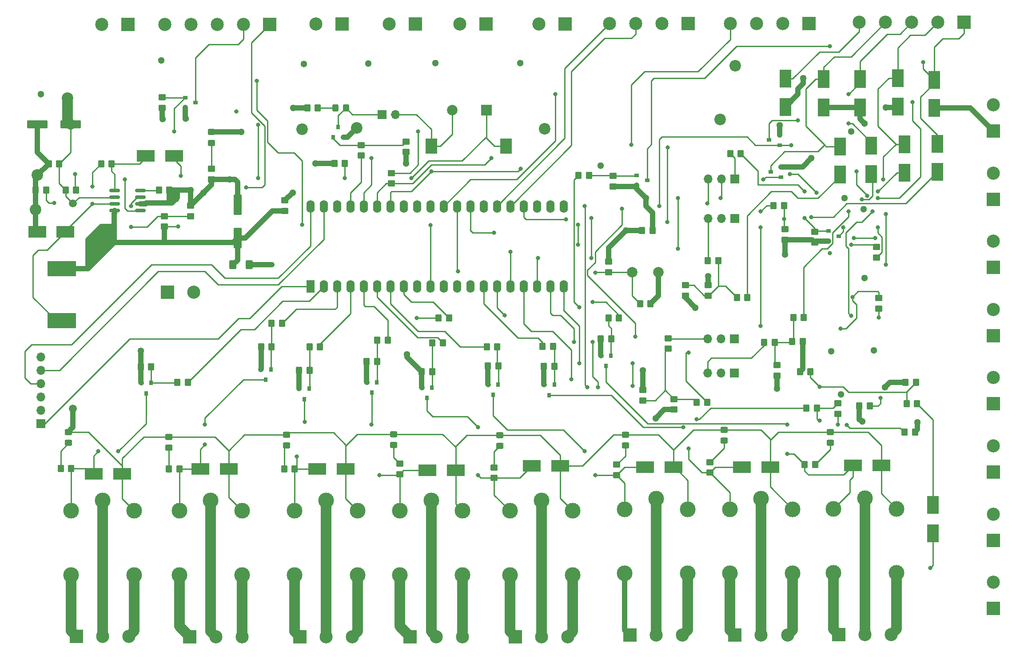
<source format=gtl>
%TF.GenerationSoftware,KiCad,Pcbnew,(6.0.0)*%
%TF.CreationDate,2022-03-03T21:09:28+01:00*%
%TF.ProjectId,automate,6175746f-6d61-4746-952e-6b696361645f,rev?*%
%TF.SameCoordinates,Original*%
%TF.FileFunction,Copper,L1,Top*%
%TF.FilePolarity,Positive*%
%FSLAX46Y46*%
G04 Gerber Fmt 4.6, Leading zero omitted, Abs format (unit mm)*
G04 Created by KiCad (PCBNEW (6.0.0)) date 2022-03-03 21:09:28*
%MOMM*%
%LPD*%
G01*
G04 APERTURE LIST*
G04 Aperture macros list*
%AMRoundRect*
0 Rectangle with rounded corners*
0 $1 Rounding radius*
0 $2 $3 $4 $5 $6 $7 $8 $9 X,Y pos of 4 corners*
0 Add a 4 corners polygon primitive as box body*
4,1,4,$2,$3,$4,$5,$6,$7,$8,$9,$2,$3,0*
0 Add four circle primitives for the rounded corners*
1,1,$1+$1,$2,$3*
1,1,$1+$1,$4,$5*
1,1,$1+$1,$6,$7*
1,1,$1+$1,$8,$9*
0 Add four rect primitives between the rounded corners*
20,1,$1+$1,$2,$3,$4,$5,0*
20,1,$1+$1,$4,$5,$6,$7,0*
20,1,$1+$1,$6,$7,$8,$9,0*
20,1,$1+$1,$8,$9,$2,$3,0*%
G04 Aperture macros list end*
%TA.AperFunction,SMDPad,CuDef*%
%ADD10RoundRect,0.249999X0.350001X0.450001X-0.350001X0.450001X-0.350001X-0.450001X0.350001X-0.450001X0*%
%TD*%
%TA.AperFunction,SMDPad,CuDef*%
%ADD11RoundRect,0.249999X-0.350001X-0.450001X0.350001X-0.450001X0.350001X0.450001X-0.350001X0.450001X0*%
%TD*%
%TA.AperFunction,SMDPad,CuDef*%
%ADD12RoundRect,0.249999X0.450001X-0.350001X0.450001X0.350001X-0.450001X0.350001X-0.450001X-0.350001X0*%
%TD*%
%TA.AperFunction,SMDPad,CuDef*%
%ADD13R,3.500000X2.300000*%
%TD*%
%TA.AperFunction,ComponentPad*%
%ADD14R,2.500000X2.500000*%
%TD*%
%TA.AperFunction,ComponentPad*%
%ADD15C,2.500000*%
%TD*%
%TA.AperFunction,SMDPad,CuDef*%
%ADD16RoundRect,0.249999X-0.450001X0.350001X-0.450001X-0.350001X0.450001X-0.350001X0.450001X0.350001X0*%
%TD*%
%TA.AperFunction,SMDPad,CuDef*%
%ADD17RoundRect,0.150000X-0.825000X-0.150000X0.825000X-0.150000X0.825000X0.150000X-0.825000X0.150000X0*%
%TD*%
%TA.AperFunction,ComponentPad*%
%ADD18O,1.600000X2.400000*%
%TD*%
%TA.AperFunction,ComponentPad*%
%ADD19R,1.600000X2.400000*%
%TD*%
%TA.AperFunction,ComponentPad*%
%ADD20C,3.000000*%
%TD*%
%TA.AperFunction,SMDPad,CuDef*%
%ADD21R,5.400000X2.900000*%
%TD*%
%TA.AperFunction,SMDPad,CuDef*%
%ADD22R,0.800000X0.900000*%
%TD*%
%TA.AperFunction,SMDPad,CuDef*%
%ADD23R,0.900000X0.800000*%
%TD*%
%TA.AperFunction,SMDPad,CuDef*%
%ADD24RoundRect,0.249600X1.712900X0.550400X-1.712900X0.550400X-1.712900X-0.550400X1.712900X-0.550400X0*%
%TD*%
%TA.AperFunction,SMDPad,CuDef*%
%ADD25RoundRect,0.249600X0.550400X-1.712900X0.550400X1.712900X-0.550400X1.712900X-0.550400X-1.712900X0*%
%TD*%
%TA.AperFunction,SMDPad,CuDef*%
%ADD26R,2.300000X3.500000*%
%TD*%
%TA.AperFunction,SMDPad,CuDef*%
%ADD27RoundRect,0.249999X0.450001X-0.325001X0.450001X0.325001X-0.450001X0.325001X-0.450001X-0.325001X0*%
%TD*%
%TA.AperFunction,SMDPad,CuDef*%
%ADD28RoundRect,0.249999X0.325001X0.450001X-0.325001X0.450001X-0.325001X-0.450001X0.325001X-0.450001X0*%
%TD*%
%TA.AperFunction,ComponentPad*%
%ADD29R,1.700000X1.700000*%
%TD*%
%TA.AperFunction,ComponentPad*%
%ADD30O,1.700000X1.700000*%
%TD*%
%TA.AperFunction,ComponentPad*%
%ADD31C,2.000000*%
%TD*%
%TA.AperFunction,SMDPad,CuDef*%
%ADD32RoundRect,0.250000X0.400000X0.625000X-0.400000X0.625000X-0.400000X-0.625000X0.400000X-0.625000X0*%
%TD*%
%TA.AperFunction,ComponentPad*%
%ADD33R,2.000000X2.000000*%
%TD*%
%TA.AperFunction,SMDPad,CuDef*%
%ADD34R,2.200000X3.000000*%
%TD*%
%TA.AperFunction,SMDPad,CuDef*%
%ADD35RoundRect,0.250000X-0.350000X-0.450000X0.350000X-0.450000X0.350000X0.450000X-0.350000X0.450000X0*%
%TD*%
%TA.AperFunction,ViaPad*%
%ADD36C,1.300000*%
%TD*%
%TA.AperFunction,ViaPad*%
%ADD37C,0.800000*%
%TD*%
%TA.AperFunction,ViaPad*%
%ADD38C,2.200000*%
%TD*%
%TA.AperFunction,ViaPad*%
%ADD39C,1.500000*%
%TD*%
%TA.AperFunction,Conductor*%
%ADD40C,0.250000*%
%TD*%
%TA.AperFunction,Conductor*%
%ADD41C,1.000000*%
%TD*%
%TA.AperFunction,Conductor*%
%ADD42C,2.000000*%
%TD*%
G04 APERTURE END LIST*
D10*
%TO.P,C2,1*%
%TO.N,+12V*%
X57315000Y-69600000D03*
%TO.P,C2,2*%
%TO.N,GND*%
X55315000Y-69600000D03*
%TD*%
D11*
%TO.P,C3,1*%
%TO.N,Net-(C3-Pad1)*%
X76315000Y-74600000D03*
%TO.P,C3,2*%
%TO.N,GND*%
X78315000Y-74600000D03*
%TD*%
D10*
%TO.P,C4,1*%
%TO.N,Net-(C4-Pad1)*%
X67315000Y-69600000D03*
%TO.P,C4,2*%
%TO.N,Net-(C4-Pad2)*%
X65315000Y-69600000D03*
%TD*%
D12*
%TO.P,C6,1*%
%TO.N,Net-(C5-Pad1)*%
X100315000Y-78600000D03*
%TO.P,C6,2*%
%TO.N,GND*%
X100315000Y-76600000D03*
%TD*%
D10*
%TO.P,C7,1*%
%TO.N,GND*%
X170400000Y-82300000D03*
%TO.P,C7,2*%
%TO.N,VCC*%
X168400000Y-82300000D03*
%TD*%
D11*
%TO.P,C8,1*%
%TO.N,/Logique/Vpp*%
X168000000Y-96300000D03*
%TO.P,C8,2*%
%TO.N,GND*%
X170000000Y-96300000D03*
%TD*%
D10*
%TO.P,C9,1*%
%TO.N,Net-(C9-Pad1)*%
X220600000Y-111300000D03*
%TO.P,C9,2*%
%TO.N,GND*%
X218600000Y-111300000D03*
%TD*%
D13*
%TO.P,D14,1,K*%
%TO.N,Net-(D14-Pad1)*%
X127500000Y-128100000D03*
%TO.P,D14,2,A*%
%TO.N,+12V*%
X132900000Y-128100000D03*
%TD*%
D14*
%TO.P,J1,1,Pin_1*%
%TO.N,GND*%
X70418400Y-43080800D03*
D15*
%TO.P,J1,2,Pin_2*%
%TO.N,Net-(D1-Pad1)*%
X65418400Y-43080800D03*
%TD*%
D14*
%TO.P,J3,1,Pin_1*%
%TO.N,GND*%
X200200000Y-42900000D03*
D15*
%TO.P,J3,2,Pin_2*%
%TO.N,VCC*%
X195200000Y-42900000D03*
%TO.P,J3,3,Pin_3*%
%TO.N,Net-(J3-Pad3)*%
X190200000Y-42900000D03*
%TO.P,J3,4,Pin_4*%
%TO.N,Net-(J3-Pad4)*%
X185200000Y-42900000D03*
%TD*%
D14*
%TO.P,J4,1,Pin_1*%
%TO.N,GND*%
X177200000Y-42900000D03*
D15*
%TO.P,J4,2,Pin_2*%
%TO.N,VCC*%
X172200000Y-42900000D03*
%TO.P,J4,3,Pin_3*%
%TO.N,Net-(J4-Pad3)*%
X167200000Y-42900000D03*
%TO.P,J4,4,Pin_4*%
%TO.N,Net-(J4-Pad4)*%
X162200000Y-42900000D03*
%TD*%
D14*
%TO.P,J5,1,Pin_1*%
%TO.N,Net-(J5-Pad1)*%
X60600000Y-159700000D03*
D15*
%TO.P,J5,2,Pin_2*%
%TO.N,Net-(J5-Pad2)*%
X65600000Y-159700000D03*
%TO.P,J5,3,Pin_3*%
%TO.N,Net-(J5-Pad3)*%
X70600000Y-159700000D03*
%TD*%
D14*
%TO.P,J6,1,Pin_1*%
%TO.N,Net-(J6-Pad1)*%
X82200000Y-159800000D03*
D15*
%TO.P,J6,2,Pin_2*%
%TO.N,Net-(J6-Pad2)*%
X87200000Y-159800000D03*
%TO.P,J6,3,Pin_3*%
%TO.N,Net-(J6-Pad3)*%
X92200000Y-159800000D03*
%TD*%
D14*
%TO.P,J7,1,Pin_1*%
%TO.N,Net-(J7-Pad1)*%
X103200000Y-159800000D03*
D15*
%TO.P,J7,2,Pin_2*%
%TO.N,Net-(J7-Pad2)*%
X108200000Y-159800000D03*
%TO.P,J7,3,Pin_3*%
%TO.N,Net-(J7-Pad3)*%
X113200000Y-159800000D03*
%TD*%
D14*
%TO.P,J8,1,Pin_1*%
%TO.N,Net-(J8-Pad1)*%
X124200000Y-159800000D03*
D15*
%TO.P,J8,2,Pin_2*%
%TO.N,Net-(J8-Pad2)*%
X129200000Y-159800000D03*
%TO.P,J8,3,Pin_3*%
%TO.N,Net-(J8-Pad3)*%
X134200000Y-159800000D03*
%TD*%
D14*
%TO.P,J9,1,Pin_1*%
%TO.N,Net-(J9-Pad1)*%
X144200000Y-159800000D03*
D15*
%TO.P,J9,2,Pin_2*%
%TO.N,Net-(J9-Pad2)*%
X149200000Y-159800000D03*
%TO.P,J9,3,Pin_3*%
%TO.N,Net-(J9-Pad3)*%
X154200000Y-159800000D03*
%TD*%
D14*
%TO.P,J10,1,Pin_1*%
%TO.N,Net-(J10-Pad1)*%
X166100000Y-159500000D03*
D15*
%TO.P,J10,2,Pin_2*%
%TO.N,Net-(J10-Pad2)*%
X171100000Y-159500000D03*
%TO.P,J10,3,Pin_3*%
%TO.N,Net-(J10-Pad3)*%
X176100000Y-159500000D03*
%TD*%
D14*
%TO.P,J11,1,Pin_1*%
%TO.N,Net-(J11-Pad1)*%
X186100000Y-159500000D03*
D15*
%TO.P,J11,2,Pin_2*%
%TO.N,Net-(J11-Pad2)*%
X191100000Y-159500000D03*
%TO.P,J11,3,Pin_3*%
%TO.N,Net-(J11-Pad3)*%
X196100000Y-159500000D03*
%TD*%
D14*
%TO.P,J12,1,Pin_1*%
%TO.N,Net-(J12-Pad1)*%
X205900000Y-159400000D03*
D15*
%TO.P,J12,2,Pin_2*%
%TO.N,Net-(J12-Pad2)*%
X210900000Y-159400000D03*
%TO.P,J12,3,Pin_3*%
%TO.N,Net-(J12-Pad3)*%
X215900000Y-159400000D03*
%TD*%
D14*
%TO.P,J13,1,Pin_1*%
%TO.N,GND*%
X235300000Y-154400000D03*
D15*
%TO.P,J13,2,Pin_2*%
%TO.N,Net-(D23-Pad1)*%
X235300000Y-149400000D03*
%TD*%
D14*
%TO.P,J14,1,Pin_1*%
%TO.N,GND*%
X235300000Y-141400000D03*
D15*
%TO.P,J14,2,Pin_2*%
%TO.N,Net-(D24-Pad1)*%
X235300000Y-136400000D03*
%TD*%
D14*
%TO.P,J15,1,Pin_1*%
%TO.N,GND*%
X235300000Y-128400000D03*
D15*
%TO.P,J15,2,Pin_2*%
%TO.N,Net-(D25-Pad1)*%
X235300000Y-123400000D03*
%TD*%
D14*
%TO.P,J16,1,Pin_1*%
%TO.N,GND*%
X235300000Y-115400000D03*
D15*
%TO.P,J16,2,Pin_2*%
%TO.N,Net-(D26-Pad1)*%
X235300000Y-110400000D03*
%TD*%
D14*
%TO.P,J17,1,Pin_1*%
%TO.N,GND*%
X235300000Y-102400000D03*
D15*
%TO.P,J17,2,Pin_2*%
%TO.N,Net-(D31-Pad1)*%
X235300000Y-97400000D03*
%TD*%
D14*
%TO.P,J18,1,Pin_1*%
%TO.N,GND*%
X235300000Y-89400000D03*
D15*
%TO.P,J18,2,Pin_2*%
%TO.N,Net-(D32-Pad1)*%
X235300000Y-84400000D03*
%TD*%
D14*
%TO.P,J19,1,Pin_1*%
%TO.N,GND*%
X235300000Y-76400000D03*
D15*
%TO.P,J19,2,Pin_2*%
%TO.N,Net-(D33-Pad1)*%
X235300000Y-71400000D03*
%TD*%
D14*
%TO.P,J20,1,Pin_1*%
%TO.N,GND*%
X235300000Y-63400000D03*
D15*
%TO.P,J20,2,Pin_2*%
%TO.N,Net-(D34-Pad1)*%
X235300000Y-58400000D03*
%TD*%
D14*
%TO.P,J21,1,Pin_1*%
%TO.N,GND*%
X111190000Y-42950000D03*
D15*
%TO.P,J21,2,Pin_2*%
%TO.N,Net-(D39-Pad1)*%
X106190000Y-42950000D03*
%TD*%
D14*
%TO.P,J22,1,Pin_1*%
%TO.N,GND*%
X125190000Y-42950000D03*
D15*
%TO.P,J22,2,Pin_2*%
%TO.N,Net-(D40-Pad1)*%
X120190000Y-42950000D03*
%TD*%
D14*
%TO.P,J23,1,Pin_1*%
%TO.N,GND*%
X138690000Y-42950000D03*
D15*
%TO.P,J23,2,Pin_2*%
%TO.N,Net-(D41-Pad1)*%
X133690000Y-42950000D03*
%TD*%
D14*
%TO.P,J24,1,Pin_1*%
%TO.N,GND*%
X153690000Y-42950000D03*
D15*
%TO.P,J24,2,Pin_2*%
%TO.N,Net-(D42-Pad1)*%
X148690000Y-42950000D03*
%TD*%
D14*
%TO.P,J25,1,Pin_1*%
%TO.N,Net-(J25-Pad1)*%
X97418400Y-43080800D03*
D15*
%TO.P,J25,2,Pin_2*%
%TO.N,Net-(J25-Pad2)*%
X92418400Y-43080800D03*
%TO.P,J25,3,Pin_3*%
%TO.N,Net-(J25-Pad3)*%
X87418400Y-43080800D03*
%TO.P,J25,4,Pin_4*%
%TO.N,Net-(J25-Pad4)*%
X82418400Y-43080800D03*
%TO.P,J25,5,Pin_5*%
%TO.N,Net-(D13-Pad2)*%
X77418400Y-43080800D03*
%TD*%
D11*
%TO.P,R1,1*%
%TO.N,+12V*%
X58540001Y-74600000D03*
%TO.P,R1,2*%
%TO.N,Net-(R1-Pad2)*%
X60540001Y-74600000D03*
%TD*%
D10*
%TO.P,R2,1*%
%TO.N,Net-(R1-Pad2)*%
X54815000Y-74600000D03*
%TO.P,R2,2*%
%TO.N,GND*%
X52815000Y-74600000D03*
%TD*%
D12*
%TO.P,R3,1*%
%TO.N,Net-(C5-Pad1)*%
X77315000Y-81600000D03*
%TO.P,R3,2*%
%TO.N,Net-(R3-Pad2)*%
X77315000Y-79600000D03*
%TD*%
%TO.P,R4,1*%
%TO.N,Net-(R3-Pad2)*%
X82315000Y-79600000D03*
%TO.P,R4,2*%
%TO.N,GND*%
X82315000Y-77600000D03*
%TD*%
D16*
%TO.P,R5,1*%
%TO.N,Net-(D5-Pad1)*%
X86315000Y-70600000D03*
%TO.P,R5,2*%
%TO.N,GND*%
X86315000Y-72600000D03*
%TD*%
%TO.P,R6,1*%
%TO.N,VCC*%
X162000000Y-88300000D03*
%TO.P,R6,2*%
%TO.N,/Logique/Vpp*%
X162000000Y-90300000D03*
%TD*%
D11*
%TO.P,R7,1*%
%TO.N,Net-(D6-Pad1)*%
X57600000Y-127700000D03*
%TO.P,R7,2*%
%TO.N,Net-(D7-Pad1)*%
X59600000Y-127700000D03*
%TD*%
%TO.P,R9,1*%
%TO.N,GND*%
X72850000Y-108300000D03*
%TO.P,R9,2*%
%TO.N,Net-(Q1-Pad2)*%
X74850000Y-108300000D03*
%TD*%
%TO.P,R10,1*%
%TO.N,Net-(D8-Pad1)*%
X78200000Y-127800000D03*
%TO.P,R10,2*%
%TO.N,Net-(D9-Pad1)*%
X80200000Y-127800000D03*
%TD*%
%TO.P,R11,1*%
%TO.N,Net-(Q2-Pad2)*%
X97800000Y-100000000D03*
%TO.P,R11,2*%
%TO.N,Rel2*%
X99800000Y-100000000D03*
%TD*%
%TO.P,R12,1*%
%TO.N,GND*%
X95800000Y-104500000D03*
%TO.P,R12,2*%
%TO.N,Net-(Q2-Pad2)*%
X97800000Y-104500000D03*
%TD*%
%TO.P,R13,1*%
%TO.N,Net-(D10-Pad1)*%
X100200000Y-127800000D03*
%TO.P,R13,2*%
%TO.N,Net-(D11-Pad1)*%
X102200000Y-127800000D03*
%TD*%
%TO.P,R14,1*%
%TO.N,Net-(Q3-Pad2)*%
X105000000Y-104500000D03*
%TO.P,R14,2*%
%TO.N,Rel3*%
X107000000Y-104500000D03*
%TD*%
%TO.P,R15,1*%
%TO.N,GND*%
X103000000Y-109000000D03*
%TO.P,R15,2*%
%TO.N,Net-(Q3-Pad2)*%
X105000000Y-109000000D03*
%TD*%
D16*
%TO.P,R16,1*%
%TO.N,Net-(D12-Pad1)*%
X122200000Y-126800000D03*
%TO.P,R16,2*%
%TO.N,Net-(D14-Pad1)*%
X122200000Y-128800000D03*
%TD*%
D11*
%TO.P,R17,1*%
%TO.N,Net-(Q4-Pad2)*%
X117900000Y-103275000D03*
%TO.P,R17,2*%
%TO.N,Rel4*%
X119900000Y-103275000D03*
%TD*%
%TO.P,R18,1*%
%TO.N,GND*%
X115900000Y-107275000D03*
%TO.P,R18,2*%
%TO.N,Net-(Q4-Pad2)*%
X117900000Y-107275000D03*
%TD*%
D16*
%TO.P,R19,1*%
%TO.N,Net-(D15-Pad1)*%
X140208000Y-127524000D03*
%TO.P,R19,2*%
%TO.N,Net-(D16-Pad1)*%
X140208000Y-129524000D03*
%TD*%
D11*
%TO.P,R20,1*%
%TO.N,Net-(Q5-Pad2)*%
X128400000Y-103800000D03*
%TO.P,R20,2*%
%TO.N,Rel5*%
X130400000Y-103800000D03*
%TD*%
%TO.P,R21,1*%
%TO.N,GND*%
X126400000Y-109300000D03*
%TO.P,R21,2*%
%TO.N,Net-(Q5-Pad2)*%
X128400000Y-109300000D03*
%TD*%
D16*
%TO.P,R22,1*%
%TO.N,Net-(D17-Pad1)*%
X163576000Y-127000000D03*
%TO.P,R22,2*%
%TO.N,Net-(D18-Pad1)*%
X163576000Y-129000000D03*
%TD*%
D10*
%TO.P,R23,1*%
%TO.N,Net-(Q6-Pad2)*%
X140800000Y-104500000D03*
%TO.P,R23,2*%
%TO.N,Rel6*%
X138800000Y-104500000D03*
%TD*%
D11*
%TO.P,R24,1*%
%TO.N,GND*%
X139000000Y-108200000D03*
%TO.P,R24,2*%
%TO.N,Net-(Q6-Pad2)*%
X141000000Y-108200000D03*
%TD*%
D16*
%TO.P,R25,1*%
%TO.N,Net-(D19-Pad1)*%
X181356000Y-126508000D03*
%TO.P,R25,2*%
%TO.N,Net-(D20-Pad1)*%
X181356000Y-128508000D03*
%TD*%
D10*
%TO.P,R26,1*%
%TO.N,Net-(Q7-Pad2)*%
X151400000Y-104400000D03*
%TO.P,R26,2*%
%TO.N,Rel7*%
X149400000Y-104400000D03*
%TD*%
D11*
%TO.P,R27,1*%
%TO.N,GND*%
X149700000Y-108250000D03*
%TO.P,R27,2*%
%TO.N,Net-(Q7-Pad2)*%
X151700000Y-108250000D03*
%TD*%
D10*
%TO.P,R28,1*%
%TO.N,Net-(D21-Pad1)*%
X201400000Y-127000000D03*
%TO.P,R28,2*%
%TO.N,Net-(D22-Pad1)*%
X199400000Y-127000000D03*
%TD*%
D11*
%TO.P,R29,1*%
%TO.N,Net-(Q8-Pad2)*%
X162000000Y-99000000D03*
%TO.P,R29,2*%
%TO.N,Rel8*%
X164000000Y-99000000D03*
%TD*%
%TO.P,R30,1*%
%TO.N,GND*%
X160500000Y-103000000D03*
%TO.P,R30,2*%
%TO.N,Net-(Q8-Pad2)*%
X162500000Y-103000000D03*
%TD*%
%TO.P,R31,1*%
%TO.N,Net-(C9-Pad1)*%
X218800000Y-115400000D03*
%TO.P,R31,2*%
%TO.N,Net-(D27-Pad1)*%
X220800000Y-115400000D03*
%TD*%
D16*
%TO.P,R32,1*%
%TO.N,Net-(C10-Pad1)*%
X205700000Y-115300000D03*
%TO.P,R32,2*%
%TO.N,Net-(D28-Pad1)*%
X205700000Y-117300000D03*
%TD*%
D10*
%TO.P,R34,1*%
%TO.N,Net-(C9-Pad1)*%
X200500000Y-109250000D03*
%TO.P,R34,2*%
%TO.N,VCC*%
X198500000Y-109250000D03*
%TD*%
D16*
%TO.P,R35,1*%
%TO.N,Net-(C12-Pad1)*%
X213500000Y-95200000D03*
%TO.P,R35,2*%
%TO.N,Net-(D30-Pad1)*%
X213500000Y-97200000D03*
%TD*%
D11*
%TO.P,R36,1*%
%TO.N,Net-(C10-Pad1)*%
X218400000Y-120800000D03*
%TO.P,R36,2*%
%TO.N,VCC*%
X220400000Y-120800000D03*
%TD*%
D10*
%TO.P,R37,1*%
%TO.N,Net-(C11-Pad1)*%
X211800000Y-115800000D03*
%TO.P,R37,2*%
%TO.N,VCC*%
X209800000Y-115800000D03*
%TD*%
D11*
%TO.P,R40,1*%
%TO.N,IN3*%
X199700000Y-116200000D03*
%TO.P,R40,2*%
%TO.N,Net-(C10-Pad1)*%
X201700000Y-116200000D03*
%TD*%
D16*
%TO.P,R45,1*%
%TO.N,Net-(C15-Pad1)*%
X213100000Y-85500000D03*
%TO.P,R45,2*%
%TO.N,Net-(D37-Pad1)*%
X213100000Y-87500000D03*
%TD*%
D12*
%TO.P,R59,1*%
%TO.N,AN3*%
X120600000Y-73400000D03*
%TO.P,R59,2*%
%TO.N,Net-(D41-Pad1)*%
X120600000Y-71400000D03*
%TD*%
D16*
%TO.P,R68,1*%
%TO.N,Net-(Q12-Pad2)*%
X76900000Y-56950000D03*
%TO.P,R68,2*%
%TO.N,GND*%
X76900000Y-58950000D03*
%TD*%
D11*
%TO.P,R70,1*%
%TO.N,Net-(Q12-Pad2)*%
X129600000Y-99000000D03*
%TO.P,R70,2*%
%TO.N,C4*%
X131600000Y-99000000D03*
%TD*%
D17*
%TO.P,U1,1,BOOST*%
%TO.N,Net-(C4-Pad1)*%
X67840000Y-74695000D03*
%TO.P,U1,2,VIN*%
%TO.N,+12V*%
X67840000Y-75965000D03*
%TO.P,U1,3,VSW*%
%TO.N,Net-(C4-Pad2)*%
X67840000Y-77235000D03*
%TO.P,U1,4,BIAS*%
%TO.N,Net-(C5-Pad1)*%
X67840000Y-78505000D03*
%TO.P,U1,5,\u002ASHDN*%
%TO.N,Net-(R1-Pad2)*%
X72790000Y-78505000D03*
%TO.P,U1,6,GND*%
%TO.N,GND*%
X72790000Y-77235000D03*
%TO.P,U1,7,FB/SENSE*%
%TO.N,Net-(R3-Pad2)*%
X72790000Y-75965000D03*
%TO.P,U1,8,VC*%
%TO.N,Net-(C3-Pad1)*%
X72790000Y-74695000D03*
%TD*%
D18*
%TO.P,U2,40,RB7/ICSPDAT/ICDDAT/SEG13*%
%TO.N,Net-(J2-Pad4)*%
X105175000Y-77760000D03*
%TO.P,U2,39,RB6/ICSPCLK/ICDCLK/SEG14*%
%TO.N,Net-(J2-Pad5)*%
X107715000Y-77760000D03*
%TO.P,U2,38,RB5/AN13/CPS5/CCP3/P3A/T1G/COM1*%
%TO.N,C1*%
X110255000Y-77760000D03*
%TO.P,U2,37,RB4/AN11/CPS4/COM0*%
%TO.N,Net-(R74-Pad2)*%
X112795000Y-77760000D03*
%TO.P,U2,36,RB3/AN9/C12IN2-/CPS3/CCP2/P2A/VLCD3*%
%TO.N,AN4*%
X115335000Y-77760000D03*
%TO.P,U2,35,RB2/AN8/CPS2/VLCD2*%
%TO.N,AN3*%
X117875000Y-77760000D03*
%TO.P,U2,34,RB1/AN10/C12IN3-/CPS1/VLCD1*%
%TO.N,AN2*%
X120415000Y-77760000D03*
%TO.P,U2,33,RB0/AN12/CPS0/SRI/INT/SEG0*%
%TO.N,AN1*%
X122955000Y-77760000D03*
%TO.P,U2,32,VDD*%
%TO.N,VCC*%
X125495000Y-77760000D03*
%TO.P,U2,31,VSS*%
%TO.N,GND*%
X128035000Y-77760000D03*
%TO.P,U2,30,SEG20/P1D/CPS15/RD7*%
%TO.N,IN8*%
X130575000Y-77760000D03*
%TO.P,U2,29,SEG19/P1C/CPS14/RD6*%
%TO.N,IN7*%
X133115000Y-77760000D03*
%TO.P,U2,28,SEG18/P1B/CPS13/RD5*%
%TO.N,IN6*%
X135655000Y-77760000D03*
%TO.P,U2,27,SEG17/P2D/CPS12/RD4*%
%TO.N,IN5*%
X138195000Y-77760000D03*
%TO.P,U2,26,SEG8/DT/RX/RC7*%
%TO.N,Net-(J4-Pad4)*%
X140735000Y-77760000D03*
%TO.P,U2,25,SEG9/CK/TX/RC6*%
%TO.N,Net-(J4-Pad3)*%
X143275000Y-77760000D03*
%TO.P,U2,24,SEG10/SDO/RC5*%
%TO.N,GPIO4*%
X145815000Y-77760000D03*
%TO.P,U2,23,SEG11/T1G/SDA/SDI/RC4*%
%TO.N,Net-(J3-Pad3)*%
X148355000Y-77760000D03*
%TO.P,U2,22,SEG16/P2C/CPS11/RD3*%
%TO.N,IN4*%
X150895000Y-77760000D03*
%TO.P,U2,21,P2B/CPS10/RD2*%
%TO.N,IN3*%
X153435000Y-77760000D03*
%TO.P,U2,20,CCP4/CPS9/RD1*%
%TO.N,IN2*%
X153435000Y-93000000D03*
%TO.P,U2,19,COM3/CPS8/RD0*%
%TO.N,IN1*%
X150895000Y-93000000D03*
%TO.P,U2,18,SEG6/SCLK/SCL/RC3*%
%TO.N,Net-(J3-Pad4)*%
X148355000Y-93000000D03*
%TO.P,U2,17,SEG3/P1A/CCP1/RC2*%
%TO.N,GPIO3*%
X145815000Y-93000000D03*
%TO.P,U2,16,P2A/CCP2/T1OSI/RC1*%
%TO.N,GPIO2*%
X143275000Y-93000000D03*
%TO.P,U2,15,P2B/T1CKI/T1OSO/RC0*%
%TO.N,GPIO1*%
X140735000Y-93000000D03*
%TO.P,U2,14,RA6/OSC2/CLKOUT/VCAP/SEG1*%
%TO.N,Rel7*%
X138195000Y-93000000D03*
%TO.P,U2,13,RA7/OSC1/CLKIN/SEG2*%
%TO.N,Rel8*%
X135655000Y-93000000D03*
%TO.P,U2,12,VSS*%
%TO.N,GND*%
X133115000Y-93000000D03*
%TO.P,U2,11,VDD*%
%TO.N,VCC*%
X130575000Y-93000000D03*
%TO.P,U2,10,SEG23/CCP5/AN7/RE2*%
%TO.N,C2*%
X128035000Y-93000000D03*
%TO.P,U2,9,SEG22/P3B/AN6/RE1*%
%TO.N,C3*%
X125495000Y-93000000D03*
%TO.P,U2,8,SEG21/P3A/CCP3/AN5/RE0*%
%TO.N,C4*%
X122955000Y-93000000D03*
%TO.P,U2,7,RA5/AN4/C2OUT/CPS7/SRNQ/SS/VCAP/SEG5*%
%TO.N,Rel6*%
X120415000Y-93000000D03*
%TO.P,U2,6,RA4/C1OUT/CPS6/T0CKI/SRQ/SEG4*%
%TO.N,Rel5*%
X117875000Y-93000000D03*
%TO.P,U2,5,RA3/AN3/C1IN+/Vref+/SEG15*%
%TO.N,Rel4*%
X115335000Y-93000000D03*
%TO.P,U2,4,RA2/AN2/C2IN+/Vref-/DACOUT/COM2*%
%TO.N,Rel3*%
X112795000Y-93000000D03*
%TO.P,U2,3,RA1/AN1/C12IN1-/SEG7*%
%TO.N,Rel2*%
X110255000Y-93000000D03*
%TO.P,U2,2,RA0/AN0/C12IN0-/C2OUT/SRNQ/SS/VCAP/SEG12*%
%TO.N,Rel1*%
X107715000Y-93000000D03*
D19*
%TO.P,U2,1,RE3/MCLR/Vpp*%
%TO.N,/Logique/Vpp*%
X105175000Y-93000000D03*
%TD*%
D20*
%TO.P,K1,11*%
%TO.N,Net-(J5-Pad2)*%
X65600000Y-133800000D03*
%TO.P,K1,12*%
%TO.N,Net-(J5-Pad3)*%
X71600000Y-148000000D03*
%TO.P,K1,14*%
%TO.N,Net-(J5-Pad1)*%
X59600000Y-148000000D03*
%TO.P,K1,A1*%
%TO.N,+12V*%
X71600000Y-135800000D03*
%TO.P,K1,A2*%
%TO.N,Net-(D7-Pad1)*%
X59600000Y-135800000D03*
%TD*%
%TO.P,K2,11*%
%TO.N,Net-(J6-Pad2)*%
X86200000Y-133800000D03*
%TO.P,K2,12*%
%TO.N,Net-(J6-Pad3)*%
X92200000Y-148000000D03*
%TO.P,K2,14*%
%TO.N,Net-(J6-Pad1)*%
X80200000Y-148000000D03*
%TO.P,K2,A1*%
%TO.N,+12V*%
X92200000Y-135800000D03*
%TO.P,K2,A2*%
%TO.N,Net-(D9-Pad1)*%
X80200000Y-135800000D03*
%TD*%
%TO.P,K3,11*%
%TO.N,Net-(J7-Pad2)*%
X108200000Y-133800000D03*
%TO.P,K3,12*%
%TO.N,Net-(J7-Pad3)*%
X114200000Y-148000000D03*
%TO.P,K3,14*%
%TO.N,Net-(J7-Pad1)*%
X102200000Y-148000000D03*
%TO.P,K3,A1*%
%TO.N,+12V*%
X114200000Y-135800000D03*
%TO.P,K3,A2*%
%TO.N,Net-(D11-Pad1)*%
X102200000Y-135800000D03*
%TD*%
%TO.P,K4,11*%
%TO.N,Net-(J8-Pad2)*%
X128200000Y-133800000D03*
%TO.P,K4,12*%
%TO.N,Net-(J8-Pad3)*%
X134200000Y-148000000D03*
%TO.P,K4,14*%
%TO.N,Net-(J8-Pad1)*%
X122200000Y-148000000D03*
%TO.P,K4,A1*%
%TO.N,+12V*%
X134200000Y-135800000D03*
%TO.P,K4,A2*%
%TO.N,Net-(D14-Pad1)*%
X122200000Y-135800000D03*
%TD*%
%TO.P,K5,11*%
%TO.N,Net-(J9-Pad2)*%
X149200000Y-133800000D03*
%TO.P,K5,12*%
%TO.N,Net-(J9-Pad3)*%
X155200000Y-148000000D03*
%TO.P,K5,14*%
%TO.N,Net-(J9-Pad1)*%
X143200000Y-148000000D03*
%TO.P,K5,A1*%
%TO.N,+12V*%
X155200000Y-135800000D03*
%TO.P,K5,A2*%
%TO.N,Net-(D16-Pad1)*%
X143200000Y-135800000D03*
%TD*%
%TO.P,K6,11*%
%TO.N,Net-(J10-Pad2)*%
X171100000Y-133500000D03*
%TO.P,K6,12*%
%TO.N,Net-(J10-Pad3)*%
X177100000Y-147700000D03*
%TO.P,K6,14*%
%TO.N,Net-(J10-Pad1)*%
X165100000Y-147700000D03*
%TO.P,K6,A1*%
%TO.N,+12V*%
X177100000Y-135500000D03*
%TO.P,K6,A2*%
%TO.N,Net-(D18-Pad1)*%
X165100000Y-135500000D03*
%TD*%
%TO.P,K7,11*%
%TO.N,Net-(J11-Pad2)*%
X191100000Y-133500000D03*
%TO.P,K7,12*%
%TO.N,Net-(J11-Pad3)*%
X197100000Y-147700000D03*
%TO.P,K7,14*%
%TO.N,Net-(J11-Pad1)*%
X185100000Y-147700000D03*
%TO.P,K7,A1*%
%TO.N,+12V*%
X197100000Y-135500000D03*
%TO.P,K7,A2*%
%TO.N,Net-(D20-Pad1)*%
X185100000Y-135500000D03*
%TD*%
%TO.P,K8,11*%
%TO.N,Net-(J12-Pad2)*%
X210900000Y-133400000D03*
%TO.P,K8,12*%
%TO.N,Net-(J12-Pad3)*%
X216900000Y-147600000D03*
%TO.P,K8,14*%
%TO.N,Net-(J12-Pad1)*%
X204900000Y-147600000D03*
%TO.P,K8,A1*%
%TO.N,+12V*%
X216900000Y-135400000D03*
%TO.P,K8,A2*%
%TO.N,Net-(D22-Pad1)*%
X204900000Y-135400000D03*
%TD*%
D21*
%TO.P,L1,1,1*%
%TO.N,Net-(C4-Pad2)*%
X57815000Y-99550000D03*
%TO.P,L1,2,2*%
%TO.N,Net-(C5-Pad1)*%
X57815000Y-89650000D03*
%TD*%
D22*
%TO.P,Q1,1,E*%
%TO.N,GND*%
X72950000Y-111400000D03*
%TO.P,Q1,2,B*%
%TO.N,Net-(Q1-Pad2)*%
X74850000Y-111400000D03*
%TO.P,Q1,3,C*%
%TO.N,Net-(D7-Pad1)*%
X73900000Y-113400000D03*
%TD*%
%TO.P,Q2,1,E*%
%TO.N,GND*%
X95750000Y-108800000D03*
%TO.P,Q2,2,B*%
%TO.N,Net-(Q2-Pad2)*%
X97650000Y-108800000D03*
%TO.P,Q2,3,C*%
%TO.N,Net-(D9-Pad1)*%
X96700000Y-110800000D03*
%TD*%
%TO.P,Q3,1,E*%
%TO.N,GND*%
X103050000Y-112500000D03*
%TO.P,Q3,2,B*%
%TO.N,Net-(Q3-Pad2)*%
X104950000Y-112500000D03*
%TO.P,Q3,3,C*%
%TO.N,Net-(D11-Pad1)*%
X104000000Y-114500000D03*
%TD*%
%TO.P,Q4,1,E*%
%TO.N,GND*%
X115950000Y-111275000D03*
%TO.P,Q4,2,B*%
%TO.N,Net-(Q4-Pad2)*%
X117850000Y-111275000D03*
%TO.P,Q4,3,C*%
%TO.N,Net-(D14-Pad1)*%
X116900000Y-113275000D03*
%TD*%
%TO.P,Q5,1,E*%
%TO.N,GND*%
X126450000Y-112300000D03*
%TO.P,Q5,2,B*%
%TO.N,Net-(Q5-Pad2)*%
X128350000Y-112300000D03*
%TO.P,Q5,3,C*%
%TO.N,Net-(D16-Pad1)*%
X127400000Y-114300000D03*
%TD*%
%TO.P,Q6,1,E*%
%TO.N,GND*%
X139050000Y-111700000D03*
%TO.P,Q6,2,B*%
%TO.N,Net-(Q6-Pad2)*%
X140950000Y-111700000D03*
%TO.P,Q6,3,C*%
%TO.N,Net-(D18-Pad1)*%
X140000000Y-113700000D03*
%TD*%
%TO.P,Q7,1,E*%
%TO.N,GND*%
X149750000Y-111750000D03*
%TO.P,Q7,2,B*%
%TO.N,Net-(Q7-Pad2)*%
X151650000Y-111750000D03*
%TO.P,Q7,3,C*%
%TO.N,Net-(D20-Pad1)*%
X150700000Y-113750000D03*
%TD*%
%TO.P,Q8,1,E*%
%TO.N,GND*%
X160550000Y-106200000D03*
%TO.P,Q8,2,B*%
%TO.N,Net-(Q8-Pad2)*%
X162450000Y-106200000D03*
%TO.P,Q8,3,C*%
%TO.N,Net-(D22-Pad1)*%
X161500000Y-108200000D03*
%TD*%
D23*
%TO.P,Q12,1,E*%
%TO.N,GND*%
X81300000Y-58900000D03*
%TO.P,Q12,2,B*%
%TO.N,Net-(Q12-Pad2)*%
X81300000Y-57000000D03*
%TO.P,Q12,3,C*%
%TO.N,Net-(J25-Pad2)*%
X83300000Y-57950000D03*
%TD*%
D24*
%TO.P,C1,1*%
%TO.N,+12V*%
X59515000Y-62100000D03*
%TO.P,C1,2*%
%TO.N,GND*%
X53115000Y-62100000D03*
%TD*%
D25*
%TO.P,C5,1*%
%TO.N,Net-(C5-Pad1)*%
X91315000Y-83800000D03*
%TO.P,C5,2*%
%TO.N,GND*%
X91315000Y-77400000D03*
%TD*%
D13*
%TO.P,D3,1,K*%
%TO.N,GND*%
X53115000Y-82600000D03*
%TO.P,D3,2,A*%
%TO.N,Net-(C4-Pad2)*%
X58515000Y-82600000D03*
%TD*%
%TO.P,D4,1,K*%
%TO.N,Net-(C5-Pad1)*%
X79215000Y-68100000D03*
%TO.P,D4,2,A*%
%TO.N,Net-(C4-Pad1)*%
X73815000Y-68100000D03*
%TD*%
%TO.P,D7,1,K*%
%TO.N,Net-(D7-Pad1)*%
X63900000Y-128700000D03*
%TO.P,D7,2,A*%
%TO.N,+12V*%
X69300000Y-128700000D03*
%TD*%
%TO.P,D9,1,K*%
%TO.N,Net-(D9-Pad1)*%
X84200000Y-127800000D03*
%TO.P,D9,2,A*%
%TO.N,+12V*%
X89600000Y-127800000D03*
%TD*%
%TO.P,D11,1,K*%
%TO.N,Net-(D11-Pad1)*%
X106500000Y-127800000D03*
%TO.P,D11,2,A*%
%TO.N,+12V*%
X111900000Y-127800000D03*
%TD*%
%TO.P,D16,1,K*%
%TO.N,Net-(D16-Pad1)*%
X147400000Y-127200000D03*
%TO.P,D16,2,A*%
%TO.N,+12V*%
X152800000Y-127200000D03*
%TD*%
%TO.P,D18,1,K*%
%TO.N,Net-(D18-Pad1)*%
X169000000Y-127500000D03*
%TO.P,D18,2,A*%
%TO.N,+12V*%
X174400000Y-127500000D03*
%TD*%
%TO.P,D20,1,K*%
%TO.N,Net-(D20-Pad1)*%
X187400000Y-127500000D03*
%TO.P,D20,2,A*%
%TO.N,+12V*%
X192800000Y-127500000D03*
%TD*%
%TO.P,D22,1,K*%
%TO.N,Net-(D22-Pad1)*%
X208600000Y-127100000D03*
%TO.P,D22,2,A*%
%TO.N,+12V*%
X214000000Y-127100000D03*
%TD*%
D26*
%TO.P,D27,1,K*%
%TO.N,Net-(D27-Pad1)*%
X223800000Y-134700000D03*
%TO.P,D27,2,A*%
%TO.N,Net-(D23-Pad1)*%
X223800000Y-140100000D03*
%TD*%
D27*
%TO.P,D5,1,K*%
%TO.N,Net-(D5-Pad1)*%
X86315000Y-65625000D03*
%TO.P,D5,2,A*%
%TO.N,VCC*%
X86315000Y-63575000D03*
%TD*%
%TO.P,D6,1,K*%
%TO.N,Net-(D6-Pad1)*%
X59100000Y-122850000D03*
%TO.P,D6,2,A*%
%TO.N,+12V*%
X59100000Y-120800000D03*
%TD*%
%TO.P,D8,1,K*%
%TO.N,Net-(D8-Pad1)*%
X78200000Y-123725000D03*
%TO.P,D8,2,A*%
%TO.N,+12V*%
X78200000Y-121675000D03*
%TD*%
%TO.P,D10,1,K*%
%TO.N,Net-(D10-Pad1)*%
X100600000Y-123325000D03*
%TO.P,D10,2,A*%
%TO.N,+12V*%
X100600000Y-121275000D03*
%TD*%
%TO.P,D12,1,K*%
%TO.N,Net-(D12-Pad1)*%
X121000000Y-123225000D03*
%TO.P,D12,2,A*%
%TO.N,+12V*%
X121000000Y-121175000D03*
%TD*%
%TO.P,D15,1,K*%
%TO.N,Net-(D15-Pad1)*%
X141300000Y-123425000D03*
%TO.P,D15,2,A*%
%TO.N,+12V*%
X141300000Y-121375000D03*
%TD*%
%TO.P,D17,1,K*%
%TO.N,Net-(D17-Pad1)*%
X165200000Y-123325000D03*
%TO.P,D17,2,A*%
%TO.N,+12V*%
X165200000Y-121275000D03*
%TD*%
%TO.P,D19,1,K*%
%TO.N,Net-(D19-Pad1)*%
X184000000Y-122425000D03*
%TO.P,D19,2,A*%
%TO.N,+12V*%
X184000000Y-120375000D03*
%TD*%
%TO.P,D21,1,K*%
%TO.N,Net-(D21-Pad1)*%
X204300000Y-122825000D03*
%TO.P,D21,2,A*%
%TO.N,+12V*%
X204300000Y-120775000D03*
%TD*%
D16*
%TO.P,C17,1*%
%TO.N,Net-(C17-Pad1)*%
X194079000Y-107986400D03*
%TO.P,C17,2*%
%TO.N,GND*%
X194079000Y-109986400D03*
%TD*%
D12*
%TO.P,C18,1*%
%TO.N,Net-(C18-Pad1)*%
X180997800Y-94769000D03*
%TO.P,C18,2*%
%TO.N,GND*%
X180997800Y-92769000D03*
%TD*%
D16*
%TO.P,C19,1*%
%TO.N,Net-(C19-Pad1)*%
X195591200Y-82124100D03*
%TO.P,C19,2*%
%TO.N,GND*%
X195591200Y-84124100D03*
%TD*%
%TO.P,C20,1*%
%TO.N,Net-(C20-Pad1)*%
X174500000Y-114500000D03*
%TO.P,C20,2*%
%TO.N,GND*%
X174500000Y-116500000D03*
%TD*%
D28*
%TO.P,D43,1,K*%
%TO.N,Net-(D43-Pad1)*%
X111973300Y-58969200D03*
%TO.P,D43,2,A*%
%TO.N,Net-(D43-Pad2)*%
X109923300Y-58969200D03*
%TD*%
D26*
%TO.P,D44,1,K*%
%TO.N,Net-(D44-Pad1)*%
X212100000Y-71600000D03*
%TO.P,D44,2,A*%
%TO.N,Net-(D44-Pad2)*%
X212100000Y-66200000D03*
%TD*%
%TO.P,D45,1,K*%
%TO.N,Net-(D45-Pad1)*%
X206100000Y-71700000D03*
%TO.P,D45,2,A*%
%TO.N,Net-(D45-Pad2)*%
X206100000Y-66300000D03*
%TD*%
%TO.P,D46,1,A1*%
%TO.N,Net-(D44-Pad2)*%
X209900000Y-53500000D03*
%TO.P,D46,2,A2*%
%TO.N,GND*%
X209900000Y-58900000D03*
%TD*%
%TO.P,D47,1,A1*%
%TO.N,Net-(D45-Pad2)*%
X203000000Y-53500000D03*
%TO.P,D47,2,A2*%
%TO.N,GND*%
X203000000Y-58900000D03*
%TD*%
%TO.P,D48,1,K*%
%TO.N,+12V*%
X195700000Y-58800000D03*
%TO.P,D48,2,A*%
%TO.N,Net-(D48-Pad2)*%
X195700000Y-53400000D03*
%TD*%
%TO.P,D49,1,A1*%
%TO.N,Net-(D49-Pad1)*%
X217100000Y-53300000D03*
%TO.P,D49,2,A2*%
%TO.N,GND*%
X217100000Y-58700000D03*
%TD*%
%TO.P,D50,1,A1*%
%TO.N,Net-(D50-Pad1)*%
X224100000Y-53600000D03*
%TO.P,D50,2,A2*%
%TO.N,GND*%
X224100000Y-59000000D03*
%TD*%
%TO.P,D51,1,K*%
%TO.N,Net-(D51-Pad1)*%
X218400000Y-71300000D03*
%TO.P,D51,2,A*%
%TO.N,Net-(D49-Pad1)*%
X218400000Y-65900000D03*
%TD*%
%TO.P,D52,1,K*%
%TO.N,Net-(D52-Pad1)*%
X224700000Y-71200000D03*
%TO.P,D52,2,A*%
%TO.N,Net-(D50-Pad1)*%
X224700000Y-65800000D03*
%TD*%
D14*
%TO.P,J26,1,Pin_1*%
%TO.N,Net-(D50-Pad1)*%
X229770000Y-42650000D03*
D15*
%TO.P,J26,2,Pin_2*%
%TO.N,Net-(D49-Pad1)*%
X224770000Y-42650000D03*
%TO.P,J26,3,Pin_3*%
%TO.N,Net-(D44-Pad2)*%
X219770000Y-42650000D03*
%TO.P,J26,4,Pin_4*%
%TO.N,Net-(D45-Pad2)*%
X214770000Y-42650000D03*
%TO.P,J26,5,Pin_5*%
%TO.N,Net-(D48-Pad2)*%
X209770000Y-42650000D03*
%TD*%
D29*
%TO.P,JP1,1,1*%
%TO.N,Net-(D43-Pad1)*%
X118825000Y-60200000D03*
D30*
%TO.P,JP1,2,2*%
%TO.N,Net-(BZ1-Pad2)*%
X121365000Y-60200000D03*
%TD*%
D29*
%TO.P,JP2,1,1*%
%TO.N,Net-(JP2-Pad1)*%
X186000000Y-109500000D03*
D30*
%TO.P,JP2,2,2*%
%TO.N,GPIO3*%
X183460000Y-109500000D03*
%TO.P,JP2,3,3*%
%TO.N,Net-(JP2-Pad3)*%
X180920000Y-109500000D03*
%TD*%
D29*
%TO.P,JP3,1,1*%
%TO.N,Net-(JP3-Pad1)*%
X186040000Y-80055000D03*
D30*
%TO.P,JP3,2,2*%
%TO.N,GPIO4*%
X183500000Y-80055000D03*
%TO.P,JP3,3,3*%
%TO.N,Net-(JP3-Pad3)*%
X180960000Y-80055000D03*
%TD*%
D29*
%TO.P,JP4,1,1*%
%TO.N,Net-(JP4-Pad1)*%
X185975000Y-103000000D03*
D30*
%TO.P,JP4,2,2*%
%TO.N,GPIO1*%
X183435000Y-103000000D03*
%TO.P,JP4,3,3*%
%TO.N,Net-(JP4-Pad3)*%
X180895000Y-103000000D03*
%TD*%
D29*
%TO.P,JP5,1,1*%
%TO.N,Net-(JP5-Pad1)*%
X186040000Y-72555000D03*
D30*
%TO.P,JP5,2,2*%
%TO.N,GPIO2*%
X183500000Y-72555000D03*
%TO.P,JP5,3,3*%
%TO.N,Net-(JP5-Pad3)*%
X180960000Y-72555000D03*
%TD*%
D22*
%TO.P,Q13,1,E*%
%TO.N,GND*%
X111450000Y-64600000D03*
%TO.P,Q13,2,B*%
%TO.N,Net-(Q13-Pad2)*%
X109550000Y-64600000D03*
%TO.P,Q13,3,C*%
%TO.N,Net-(D43-Pad1)*%
X110500000Y-62600000D03*
%TD*%
D23*
%TO.P,Q14,1,E*%
%TO.N,GND*%
X194900000Y-70250000D03*
%TO.P,Q14,2,B*%
%TO.N,Net-(Q14-Pad2)*%
X194900000Y-72150000D03*
%TO.P,Q14,3,C*%
%TO.N,Net-(D45-Pad2)*%
X192900000Y-71200000D03*
%TD*%
%TO.P,Q15,1,E*%
%TO.N,GND*%
X194600000Y-64150000D03*
%TO.P,Q15,2,B*%
%TO.N,Net-(Q15-Pad2)*%
X194600000Y-66050000D03*
%TO.P,Q15,3,C*%
%TO.N,Net-(D44-Pad2)*%
X192600000Y-65100000D03*
%TD*%
%TO.P,Q16,1,E*%
%TO.N,GND*%
X203900000Y-84350000D03*
%TO.P,Q16,2,B*%
%TO.N,Net-(Q16-Pad2)*%
X203900000Y-82450000D03*
%TO.P,Q16,3,C*%
%TO.N,Net-(D49-Pad1)*%
X205900000Y-83400000D03*
%TD*%
%TO.P,Q17,1,E*%
%TO.N,GND*%
X167360700Y-73708200D03*
%TO.P,Q17,2,B*%
%TO.N,Net-(Q17-Pad2)*%
X167360700Y-71808200D03*
%TO.P,Q17,3,C*%
%TO.N,Net-(D50-Pad1)*%
X169360700Y-72758200D03*
%TD*%
D11*
%TO.P,R71,1*%
%TO.N,VCC*%
X104579900Y-58969200D03*
%TO.P,R71,2*%
%TO.N,Net-(D43-Pad2)*%
X106579900Y-58969200D03*
%TD*%
%TO.P,R72,1*%
%TO.N,VCC*%
X109744000Y-69596000D03*
%TO.P,R72,2*%
%TO.N,Net-(BZ1-Pad1)*%
X111744000Y-69596000D03*
%TD*%
D16*
%TO.P,R73,1*%
%TO.N,Net-(Q13-Pad2)*%
X123385300Y-65386000D03*
%TO.P,R73,2*%
%TO.N,GND*%
X123385300Y-67386000D03*
%TD*%
%TO.P,R74,1*%
%TO.N,Net-(Q13-Pad2)*%
X114847300Y-66063600D03*
%TO.P,R74,2*%
%TO.N,Net-(R74-Pad2)*%
X114847300Y-68063600D03*
%TD*%
D11*
%TO.P,R75,1*%
%TO.N,Net-(JP2-Pad3)*%
X191647200Y-103703200D03*
%TO.P,R75,2*%
%TO.N,Net-(C17-Pad1)*%
X193647200Y-103703200D03*
%TD*%
%TO.P,R76,1*%
%TO.N,Net-(JP3-Pad3)*%
X180912200Y-88055000D03*
%TO.P,R76,2*%
%TO.N,Net-(C18-Pad1)*%
X182912200Y-88055000D03*
%TD*%
%TO.P,R77,1*%
%TO.N,Net-(C17-Pad1)*%
X197000000Y-103500000D03*
%TO.P,R77,2*%
%TO.N,VCC*%
X199000000Y-103500000D03*
%TD*%
D16*
%TO.P,R78,1*%
%TO.N,Net-(C18-Pad1)*%
X176629000Y-92769000D03*
%TO.P,R78,2*%
%TO.N,VCC*%
X176629000Y-94769000D03*
%TD*%
D11*
%TO.P,R79,1*%
%TO.N,Net-(C17-Pad1)*%
X197200000Y-98900000D03*
%TO.P,R79,2*%
%TO.N,Net-(D44-Pad1)*%
X199200000Y-98900000D03*
%TD*%
%TO.P,R80,1*%
%TO.N,Net-(C18-Pad1)*%
X186458800Y-95115200D03*
%TO.P,R80,2*%
%TO.N,Net-(D45-Pad1)*%
X188458800Y-95115200D03*
%TD*%
D16*
%TO.P,R85,1*%
%TO.N,Net-(Q16-Pad2)*%
X201300000Y-82600000D03*
%TO.P,R85,2*%
%TO.N,GND*%
X201300000Y-84600000D03*
%TD*%
%TO.P,R87,1*%
%TO.N,Net-(Q17-Pad2)*%
X162874300Y-71926600D03*
%TO.P,R87,2*%
%TO.N,GND*%
X162874300Y-73926600D03*
%TD*%
D10*
%TO.P,R88,1*%
%TO.N,Net-(Q17-Pad2)*%
X158286300Y-71869200D03*
%TO.P,R88,2*%
%TO.N,Net-(JP4-Pad1)*%
X156286300Y-71869200D03*
%TD*%
D11*
%TO.P,R91,1*%
%TO.N,Net-(C20-Pad1)*%
X178815000Y-115095800D03*
%TO.P,R91,2*%
%TO.N,Net-(D52-Pad1)*%
X180815000Y-115095800D03*
%TD*%
%TO.P,R92,1*%
%TO.N,Net-(JP5-Pad3)*%
X193422800Y-77561500D03*
%TO.P,R92,2*%
%TO.N,Net-(C19-Pad1)*%
X195422800Y-77561500D03*
%TD*%
D12*
%TO.P,R93,1*%
%TO.N,Net-(C20-Pad1)*%
X168546800Y-114740200D03*
%TO.P,R93,2*%
%TO.N,VCC*%
X168546800Y-112740200D03*
%TD*%
D16*
%TO.P,R94,1*%
%TO.N,Net-(JP4-Pad3)*%
X173400000Y-102900000D03*
%TO.P,R94,2*%
%TO.N,Net-(C20-Pad1)*%
X173400000Y-104900000D03*
%TD*%
D31*
%TO.P,SW1,1,1*%
%TO.N,GND*%
X171500000Y-90300000D03*
%TO.P,SW1,2,2*%
%TO.N,/Logique/Vpp*%
X166500000Y-90300000D03*
%TD*%
D32*
%TO.P,R95,1*%
%TO.N,VCC*%
X93515000Y-88900000D03*
%TO.P,R95,2*%
%TO.N,Net-(C5-Pad1)*%
X90415000Y-88900000D03*
%TD*%
D14*
%TO.P,J27,1,Pin_1*%
%TO.N,GND*%
X77915000Y-94100000D03*
D15*
%TO.P,J27,2,Pin_2*%
%TO.N,VCC*%
X82915000Y-94100000D03*
%TD*%
D10*
%TO.P,R86,1*%
%TO.N,Net-(Q16-Pad2)*%
X187200000Y-67700000D03*
%TO.P,R86,2*%
%TO.N,Net-(JP5-Pad1)*%
X185200000Y-67700000D03*
%TD*%
D33*
%TO.P,BZ2,1,-*%
%TO.N,Net-(BZ1-Pad1)*%
X138700000Y-59400000D03*
D31*
%TO.P,BZ2,2,+*%
%TO.N,Net-(BZ1-Pad2)*%
X132200000Y-59400000D03*
%TD*%
D34*
%TO.P,BZ1,1,-*%
%TO.N,Net-(BZ1-Pad1)*%
X142500000Y-66250000D03*
%TO.P,BZ1,2,+*%
%TO.N,Net-(BZ1-Pad2)*%
X128200000Y-66250000D03*
%TD*%
D29*
%TO.P,J2,1,Pin_1*%
%TO.N,/Logique/Vpp*%
X53800000Y-119150000D03*
D30*
%TO.P,J2,2,Pin_2*%
%TO.N,VCC*%
X53800000Y-116610000D03*
%TO.P,J2,3,Pin_3*%
%TO.N,GND*%
X53800000Y-114070000D03*
%TO.P,J2,4,Pin_4*%
%TO.N,Net-(J2-Pad4)*%
X53800000Y-111530000D03*
%TO.P,J2,5,Pin_5*%
%TO.N,Net-(J2-Pad5)*%
X53800000Y-108990000D03*
%TO.P,J2,6,Pin_6*%
%TO.N,unconnected-(J2-Pad6)*%
X53800000Y-106450000D03*
%TD*%
D35*
%TO.P,R8,1*%
%TO.N,Net-(Q1-Pad2)*%
X79800000Y-111300000D03*
%TO.P,R8,2*%
%TO.N,Rel1*%
X81800000Y-111300000D03*
%TD*%
D36*
%TO.N,VCC*%
X106172000Y-69596000D03*
D37*
%TO.N,Net-(C11-Pad1)*%
X213868000Y-114300000D03*
D36*
%TO.N,GND*%
X72850000Y-105250000D03*
D37*
X160500000Y-104800000D03*
D36*
X84815000Y-75100000D03*
D38*
X52815000Y-78385000D03*
D36*
X81400000Y-61000000D03*
X214700000Y-112200000D03*
X169164000Y-76200000D03*
X76800000Y-49900000D03*
X129000000Y-50400000D03*
D38*
X103600000Y-63000000D03*
X114000000Y-62800000D03*
D37*
X149700000Y-110100000D03*
D36*
X210600000Y-78300000D03*
D38*
X53157500Y-71757500D03*
D36*
X82315000Y-74600000D03*
D38*
X149860000Y-62992000D03*
D36*
X206300000Y-113600000D03*
X170957800Y-118175600D03*
D37*
X91050000Y-59650000D03*
D36*
X180997800Y-91097200D03*
X214884000Y-58928000D03*
X194079000Y-112479000D03*
X53848000Y-56388000D03*
X200660000Y-68580000D03*
X103900000Y-50600000D03*
D37*
X115900000Y-109400000D03*
X95800000Y-106700000D03*
X139000000Y-110000000D03*
D36*
X116200000Y-50500000D03*
X77000000Y-61100000D03*
X79565000Y-76350000D03*
X212535600Y-105170800D03*
X194600000Y-62300000D03*
X210820000Y-91440000D03*
X208280000Y-63500000D03*
X145200000Y-50400000D03*
X123600000Y-106000000D03*
X195591200Y-86878900D03*
X123385300Y-69525600D03*
X89815000Y-72600000D03*
D37*
X103000000Y-110700000D03*
D36*
X210820000Y-61976000D03*
X101815000Y-75100000D03*
D39*
%TO.N,+12V*%
X59944000Y-116332000D03*
X59944000Y-77216000D03*
D36*
X199136000Y-53340000D03*
D38*
X58900000Y-57100000D03*
D37*
%TO.N,Net-(C4-Pad2)*%
X63680000Y-77235000D03*
X63680000Y-73965000D03*
D36*
%TO.N,VCC*%
X101941700Y-58969200D03*
X207010000Y-76200000D03*
D38*
X186150000Y-50950000D03*
D36*
X204470000Y-105410000D03*
D38*
X183300000Y-61200000D03*
D36*
X165350000Y-82300000D03*
X91990000Y-63575000D03*
D37*
X204200000Y-86630000D03*
X96515000Y-88900000D03*
D36*
X178540000Y-97055000D03*
X168500000Y-109000000D03*
X210400000Y-118749500D03*
D37*
X97865000Y-88900000D03*
D36*
X160460800Y-69948400D03*
X220900000Y-118900000D03*
D37*
X199000000Y-106300000D03*
%TO.N,/Logique/Vpp*%
X159512000Y-90424000D03*
%TO.N,Net-(C9-Pad1)*%
X202200000Y-112100000D03*
%TO.N,Net-(C10-Pad1)*%
X207400000Y-119400000D03*
X202200000Y-118600000D03*
%TO.N,Net-(C12-Pad1)*%
X206248000Y-101092000D03*
X208515000Y-95015000D03*
%TO.N,Net-(C14-Pad1)*%
X211328000Y-75696299D03*
X209296000Y-71120000D03*
X212344000Y-78740000D03*
X208216000Y-98616000D03*
%TO.N,Net-(C15-Pad1)*%
X208280000Y-85090000D03*
X201676000Y-75184000D03*
X196596000Y-71628000D03*
%TO.N,Net-(D7-Pad1)*%
X64770000Y-124460000D03*
X68580000Y-124460000D03*
%TO.N,Net-(D9-Pad1)*%
X85090000Y-123190000D03*
X85090000Y-119380000D03*
%TO.N,Net-(D11-Pad1)*%
X104140000Y-118872000D03*
X102616000Y-125476000D03*
%TO.N,Net-(D14-Pad1)*%
X116840000Y-119380000D03*
X118364000Y-129032000D03*
%TO.N,Net-(D16-Pad1)*%
X137160000Y-129032000D03*
X137160000Y-119888000D03*
%TO.N,Net-(D18-Pad1)*%
X159512000Y-129032000D03*
X157480000Y-124460000D03*
%TO.N,Net-(D20-Pad1)*%
X177292000Y-123952000D03*
X176276000Y-119888000D03*
%TO.N,Net-(D22-Pad1)*%
X196088000Y-119380000D03*
X196088000Y-124968000D03*
%TO.N,Net-(D23-Pad1)*%
X223300000Y-146700000D03*
%TO.N,Net-(D41-Pad1)*%
X125730000Y-63500000D03*
%TO.N,Net-(J3-Pad4)*%
X148590000Y-87630000D03*
X158750000Y-80010000D03*
X166370000Y-66040000D03*
X158750000Y-87630000D03*
%TO.N,Net-(Q12-Pad2)*%
X125476000Y-99060000D03*
X79248000Y-63500000D03*
%TO.N,Net-(R1-Pad2)*%
X60315000Y-71600000D03*
X56315000Y-77100000D03*
X69815000Y-72600000D03*
%TO.N,Net-(R3-Pad2)*%
X71015000Y-81700000D03*
X71015000Y-77700000D03*
%TO.N,Rel8*%
X159004000Y-96012000D03*
%TO.N,IN1*%
X159004000Y-103632000D03*
X155448000Y-103632000D03*
X160020000Y-112268000D03*
%TO.N,IN3*%
X178816000Y-118364000D03*
X157480000Y-77724000D03*
X157988000Y-112268000D03*
%TO.N,IN2*%
X166624000Y-107696000D03*
X156464000Y-107696000D03*
X166595895Y-111976500D03*
%TO.N,IN4*%
X156210000Y-81280000D03*
X156210000Y-85090000D03*
%TO.N,IN7*%
X133350000Y-90170000D03*
%TO.N,IN6*%
X173228000Y-80772000D03*
X140208000Y-82804000D03*
X173276000Y-66500000D03*
%TO.N,IN8*%
X151892000Y-56388000D03*
%TO.N,AN2*%
X128270000Y-71120000D03*
X145288000Y-70612000D03*
%TO.N,AN3*%
X139700000Y-68580000D03*
%TO.N,AN4*%
X116840000Y-68580000D03*
%TO.N,C2*%
X103632000Y-81280000D03*
X128035000Y-81299000D03*
X94996000Y-53848000D03*
%TO.N,C1*%
X95250000Y-62230000D03*
X95250000Y-72390000D03*
%TO.N,Net-(J25-Pad1)*%
X92964000Y-74168000D03*
%TO.N,Net-(D28-Pad1)*%
X205740000Y-119380000D03*
%TO.N,Net-(D30-Pad1)*%
X213500000Y-98920000D03*
%TO.N,Net-(D36-Pad1)*%
X214884000Y-79248000D03*
X214884000Y-88900000D03*
%TO.N,Net-(D37-Pad1)*%
X219964000Y-57912000D03*
X213360000Y-81788000D03*
X213360000Y-76200000D03*
%TO.N,Net-(BZ1-Pad1)*%
X124460000Y-72390000D03*
X111760000Y-72390000D03*
%TO.N,Net-(C19-Pad1)*%
X195422800Y-80167200D03*
%TO.N,Net-(D44-Pad1)*%
X207772000Y-78740000D03*
X210312000Y-76420799D03*
%TO.N,Net-(D44-Pad2)*%
X207772000Y-56388000D03*
X198120000Y-61325489D03*
X207772000Y-61976000D03*
%TO.N,Net-(D49-Pad1)*%
X208788000Y-83820000D03*
X206756000Y-81788000D03*
X212852000Y-83820000D03*
X214376000Y-72644000D03*
%TO.N,Net-(D50-Pad1)*%
X221996000Y-50292000D03*
X204216000Y-47244000D03*
%TO.N,Net-(D51-Pad1)*%
X213360000Y-74930000D03*
%TO.N,Net-(D52-Pad1)*%
X200660000Y-79764614D03*
X191008000Y-81788000D03*
X177292000Y-105664000D03*
X191008000Y-100584000D03*
%TO.N,Net-(JP2-Pad1)*%
X164592000Y-78232000D03*
X167132000Y-102616000D03*
%TO.N,GPIO3*%
X154940000Y-110744000D03*
%TO.N,GPIO4*%
X153924000Y-80264000D03*
%TO.N,Net-(JP4-Pad1)*%
X156464000Y-97028000D03*
%TO.N,GPIO1*%
X142240000Y-98552000D03*
%TO.N,Net-(JP5-Pad3)*%
X191008000Y-78740000D03*
X180848000Y-77216000D03*
%TO.N,GPIO2*%
X143275000Y-86379000D03*
X175260000Y-85852000D03*
X183388000Y-76200000D03*
X175260000Y-76200000D03*
%TO.N,Net-(Q14-Pad2)*%
X191516000Y-72644000D03*
%TO.N,Net-(Q15-Pad2)*%
X171704000Y-77724000D03*
X196840000Y-66050000D03*
%TO.N,Net-(Q16-Pad2)*%
X199390000Y-80010000D03*
X199390000Y-74930000D03*
%TO.N,Net-(C5-Pad1)*%
X80015000Y-81600000D03*
X80515000Y-71900000D03*
%TD*%
D40*
%TO.N,Net-(BZ1-Pad1)*%
X127762000Y-69088000D02*
X124460000Y-72390000D01*
X134112000Y-69088000D02*
X127762000Y-69088000D01*
X138700000Y-64500000D02*
X134112000Y-69088000D01*
D41*
%TO.N,VCC*%
X109744000Y-69596000D02*
X106172000Y-69596000D01*
D40*
%TO.N,Net-(BZ1-Pad1)*%
X111744000Y-72374000D02*
X111760000Y-72390000D01*
X111744000Y-69596000D02*
X111744000Y-72374000D01*
%TO.N,/Logique/Vpp*%
X70736000Y-103000000D02*
X54586000Y-119150000D01*
X91500000Y-99100000D02*
X87600000Y-103000000D01*
X93600000Y-99100000D02*
X91500000Y-99100000D01*
X105175000Y-93000000D02*
X99700000Y-93000000D01*
X99700000Y-93000000D02*
X93600000Y-99100000D01*
X87600000Y-103000000D02*
X70736000Y-103000000D01*
X54586000Y-119150000D02*
X53800000Y-119150000D01*
%TO.N,Net-(C11-Pad1)*%
X213868000Y-115316000D02*
X213868000Y-114300000D01*
X213384000Y-115800000D02*
X213868000Y-115316000D01*
X211800000Y-115800000D02*
X213384000Y-115800000D01*
D41*
%TO.N,GND*%
X167360700Y-74396700D02*
X167360700Y-73708200D01*
X169164000Y-77724000D02*
X170400000Y-78960000D01*
X169164000Y-76200000D02*
X169164000Y-77724000D01*
X170400000Y-78960000D02*
X170400000Y-82300000D01*
X169164000Y-76200000D02*
X167360700Y-74396700D01*
X72850000Y-108300000D02*
X72850000Y-111300000D01*
X101815000Y-75100000D02*
X100315000Y-76600000D01*
X115900000Y-109400000D02*
X115900000Y-111225000D01*
X123385300Y-67386000D02*
X123385300Y-69525600D01*
X81300000Y-58900000D02*
X81300000Y-60900000D01*
X95800000Y-104500000D02*
X95800000Y-106700000D01*
X103000000Y-112450000D02*
X103050000Y-112500000D01*
X72850000Y-111300000D02*
X72950000Y-111400000D01*
X201550000Y-84350000D02*
X201300000Y-84600000D01*
X195591200Y-84124100D02*
X195591200Y-86878900D01*
X79565000Y-76350000D02*
X79815000Y-76100000D01*
X103000000Y-110700000D02*
X103000000Y-112450000D01*
X111450000Y-64600000D02*
X112200000Y-64600000D01*
X230900000Y-59000000D02*
X235300000Y-63400000D01*
X72790000Y-77235000D02*
X73765000Y-77235000D01*
X79315000Y-76100000D02*
X79565000Y-76350000D01*
X78315000Y-74600000D02*
X79815000Y-74600000D01*
X216872000Y-58928000D02*
X214884000Y-58928000D01*
X53115000Y-62100000D02*
X53115000Y-67400000D01*
X73765000Y-77235000D02*
X73900000Y-77100000D01*
X78315000Y-77100000D02*
X78315000Y-74600000D01*
X78315000Y-77100000D02*
X78815000Y-77100000D01*
X53157500Y-71757500D02*
X52815000Y-72100000D01*
X86315000Y-72600000D02*
X89815000Y-72600000D01*
X172633400Y-116500000D02*
X170957800Y-118175600D01*
X55315000Y-69600000D02*
X53157500Y-71757500D01*
X139000000Y-110000000D02*
X139000000Y-111650000D01*
X76900000Y-58950000D02*
X76900000Y-61000000D01*
X52815000Y-78385000D02*
X52815000Y-82300000D01*
X160500000Y-103000000D02*
X160500000Y-104800000D01*
X224100000Y-59000000D02*
X230900000Y-59000000D01*
X81300000Y-60900000D02*
X81400000Y-61000000D01*
X91315000Y-73100000D02*
X91315000Y-77400000D01*
X149700000Y-110100000D02*
X149700000Y-111700000D01*
X180997800Y-92769000D02*
X180997800Y-91097200D01*
X195591200Y-84124100D02*
X200824100Y-84124100D01*
X149700000Y-111700000D02*
X149750000Y-111750000D01*
X79815000Y-76100000D02*
X79815000Y-74600000D01*
X218600000Y-111300000D02*
X215600000Y-111300000D01*
X203000000Y-58900000D02*
X209900000Y-58900000D01*
X171500000Y-90300000D02*
X171500000Y-94800000D01*
X160500000Y-106150000D02*
X160550000Y-106200000D01*
X90815000Y-72600000D02*
X91315000Y-73100000D01*
X174500000Y-116500000D02*
X172633400Y-116500000D01*
X82315000Y-77600000D02*
X82315000Y-74600000D01*
X112200000Y-64600000D02*
X114000000Y-62800000D01*
X52815000Y-74600000D02*
X52815000Y-78385000D01*
X72850000Y-108300000D02*
X72850000Y-105250000D01*
X82315000Y-77600000D02*
X84815000Y-75100000D01*
X194079000Y-109986400D02*
X194079000Y-112479000D01*
X123600000Y-106500000D02*
X126400000Y-109300000D01*
X139000000Y-111650000D02*
X139050000Y-111700000D01*
X95800000Y-108750000D02*
X95750000Y-108800000D01*
X194900000Y-70250000D02*
X198990000Y-70250000D01*
X194600000Y-64150000D02*
X194600000Y-62300000D01*
X79815000Y-74600000D02*
X82315000Y-74600000D01*
X73900000Y-77100000D02*
X78315000Y-77100000D01*
X149700000Y-108250000D02*
X149700000Y-110100000D01*
X198990000Y-70250000D02*
X200660000Y-68580000D01*
X160500000Y-104800000D02*
X160500000Y-106150000D01*
X86315000Y-73600000D02*
X86315000Y-72600000D01*
X171500000Y-94800000D02*
X170000000Y-96300000D01*
X203900000Y-84350000D02*
X201550000Y-84350000D01*
X78815000Y-76100000D02*
X79315000Y-76100000D01*
X209900000Y-58900000D02*
X209900000Y-61056000D01*
X115900000Y-111225000D02*
X115950000Y-111275000D01*
X126400000Y-109300000D02*
X126400000Y-112250000D01*
X162874300Y-73926600D02*
X167142300Y-73926600D01*
X139000000Y-108200000D02*
X139000000Y-110000000D01*
X79315000Y-75600000D02*
X78815000Y-76100000D01*
X115900000Y-107275000D02*
X115900000Y-109400000D01*
X209900000Y-61056000D02*
X210820000Y-61976000D01*
X103000000Y-109000000D02*
X103000000Y-110700000D01*
X76900000Y-61000000D02*
X77000000Y-61100000D01*
X215600000Y-111300000D02*
X214700000Y-112200000D01*
X167142300Y-73926600D02*
X167360700Y-73708200D01*
X78815000Y-77100000D02*
X79565000Y-76350000D01*
X53115000Y-67400000D02*
X55315000Y-69600000D01*
X123600000Y-106000000D02*
X123600000Y-106500000D01*
X126400000Y-112250000D02*
X126450000Y-112300000D01*
X200824100Y-84124100D02*
X201300000Y-84600000D01*
X95800000Y-106700000D02*
X95800000Y-108750000D01*
X52815000Y-72100000D02*
X52815000Y-74600000D01*
X78315000Y-74600000D02*
X79315000Y-75600000D01*
X84815000Y-75100000D02*
X86315000Y-73600000D01*
X89815000Y-72600000D02*
X90815000Y-72600000D01*
D40*
%TO.N,+12V*%
X78200000Y-121675000D02*
X86975000Y-121675000D01*
X214000000Y-132500000D02*
X216900000Y-135400000D01*
X92625000Y-121275000D02*
X89600000Y-124300000D01*
X59100000Y-120800000D02*
X62900000Y-120800000D01*
X89600000Y-124300000D02*
X89600000Y-127800000D01*
X152800000Y-133400000D02*
X155200000Y-135800000D01*
X148975000Y-121375000D02*
X152800000Y-125200000D01*
D42*
X58900000Y-57100000D02*
X58900000Y-61485000D01*
D40*
X171475000Y-121275000D02*
X174400000Y-124200000D01*
X192800000Y-127500000D02*
X192800000Y-131200000D01*
X121000000Y-121175000D02*
X130375000Y-121175000D01*
X141300000Y-121375000D02*
X135025000Y-121375000D01*
X165200000Y-121275000D02*
X162925000Y-121275000D01*
X214000000Y-127100000D02*
X214000000Y-132500000D01*
X192900000Y-122200000D02*
X192800000Y-122300000D01*
D42*
X58900000Y-61485000D02*
X59515000Y-62100000D01*
D41*
X199136000Y-54356000D02*
X199136000Y-53340000D01*
X59944000Y-119888000D02*
X59944000Y-116332000D01*
D40*
X59515000Y-67400000D02*
X57315000Y-69600000D01*
X184000000Y-120375000D02*
X191075000Y-120375000D01*
X59515000Y-62100000D02*
X59515000Y-67400000D01*
X58540001Y-75825001D02*
X58540001Y-74600000D01*
X135025000Y-121375000D02*
X132800000Y-123600000D01*
X178225000Y-120375000D02*
X184000000Y-120375000D01*
X152800000Y-125200000D02*
X152800000Y-127200000D01*
X192800000Y-131200000D02*
X197100000Y-135500000D01*
X89600000Y-133200000D02*
X92200000Y-135800000D01*
X69300000Y-133500000D02*
X69300000Y-125800000D01*
X132900000Y-128100000D02*
X132900000Y-134500000D01*
X191075000Y-120375000D02*
X192900000Y-122200000D01*
X111900000Y-127800000D02*
X111900000Y-133500000D01*
X59944000Y-77216000D02*
X61060000Y-76100000D01*
X59931000Y-77216000D02*
X58540001Y-75825001D01*
X114125000Y-121175000D02*
X111900000Y-123400000D01*
X192800000Y-122300000D02*
X192800000Y-127500000D01*
X111900000Y-123200000D02*
X111900000Y-123400000D01*
X132800000Y-123600000D02*
X132900000Y-123700000D01*
X177100000Y-130000000D02*
X177100000Y-135500000D01*
D41*
X198120000Y-55372000D02*
X199136000Y-54356000D01*
D40*
X57315000Y-73374999D02*
X58540001Y-74600000D01*
X69300000Y-133500000D02*
X71600000Y-135800000D01*
X86975000Y-121675000D02*
X89600000Y-124300000D01*
X69300000Y-125800000D02*
X73425000Y-121675000D01*
X132900000Y-123700000D02*
X132900000Y-128100000D01*
X194325000Y-120775000D02*
X192900000Y-122200000D01*
X157000000Y-127200000D02*
X152800000Y-127200000D01*
X100600000Y-121275000D02*
X92625000Y-121275000D01*
X132900000Y-134500000D02*
X134200000Y-135800000D01*
D41*
X198120000Y-56380000D02*
X198120000Y-55372000D01*
D40*
X100975000Y-120900000D02*
X109600000Y-120900000D01*
X109600000Y-120900000D02*
X111900000Y-123200000D01*
X57315000Y-69600000D02*
X57315000Y-73374999D01*
X162925000Y-121275000D02*
X157000000Y-127200000D01*
X204300000Y-120775000D02*
X211475000Y-120775000D01*
X121000000Y-121175000D02*
X114125000Y-121175000D01*
X73425000Y-121675000D02*
X78200000Y-121675000D01*
X111900000Y-123400000D02*
X111900000Y-127800000D01*
D41*
X195700000Y-58800000D02*
X198120000Y-56380000D01*
D40*
X165200000Y-121275000D02*
X171475000Y-121275000D01*
X174400000Y-124200000D02*
X178225000Y-120375000D01*
X174400000Y-124200000D02*
X174400000Y-127500000D01*
X152800000Y-127200000D02*
X152800000Y-133400000D01*
X89600000Y-127800000D02*
X89600000Y-133200000D01*
X62900000Y-120800000D02*
X69300000Y-127200000D01*
X204300000Y-120775000D02*
X194325000Y-120775000D01*
D41*
X59436000Y-120396000D02*
X59944000Y-119888000D01*
D40*
X61060000Y-76100000D02*
X67705000Y-76100000D01*
X174600000Y-127500000D02*
X177100000Y-130000000D01*
X214000000Y-123300000D02*
X214000000Y-127100000D01*
X141300000Y-121375000D02*
X148975000Y-121375000D01*
X130375000Y-121175000D02*
X132800000Y-123600000D01*
X59944000Y-77216000D02*
X59931000Y-77216000D01*
X111900000Y-133500000D02*
X114200000Y-135800000D01*
X211475000Y-120775000D02*
X214000000Y-123300000D01*
%TO.N,Net-(C3-Pad1)*%
X72790000Y-74695000D02*
X76220000Y-74695000D01*
%TO.N,Net-(C4-Pad1)*%
X67315000Y-69600000D02*
X72615000Y-69600000D01*
X67315000Y-69600000D02*
X67315000Y-71100000D01*
X67840000Y-71625000D02*
X67840000Y-74695000D01*
X67315000Y-71100000D02*
X67840000Y-71625000D01*
X72615000Y-69600000D02*
X73615000Y-68600000D01*
%TO.N,Net-(C4-Pad2)*%
X52315000Y-95100000D02*
X52315000Y-87100000D01*
X63680000Y-73965000D02*
X63680000Y-71235000D01*
X63680000Y-77235000D02*
X67840000Y-77235000D01*
X53315000Y-86100000D02*
X55015000Y-86100000D01*
X58515000Y-82400000D02*
X63680000Y-77235000D01*
X52315000Y-87100000D02*
X53315000Y-86100000D01*
X55015000Y-86100000D02*
X58515000Y-82600000D01*
X56765000Y-99550000D02*
X52315000Y-95100000D01*
X63680000Y-71235000D02*
X65315000Y-69600000D01*
D41*
%TO.N,VCC*%
X96515000Y-88900000D02*
X97865000Y-88900000D01*
X168546800Y-112740200D02*
X168546800Y-109046800D01*
X209800000Y-115800000D02*
X209800000Y-118400000D01*
X86315000Y-63575000D02*
X91990000Y-63575000D01*
X93515000Y-88900000D02*
X96515000Y-88900000D01*
X168546800Y-109046800D02*
X168500000Y-109000000D01*
X199000000Y-108750000D02*
X198500000Y-109250000D01*
X220400000Y-120800000D02*
X220900000Y-120300000D01*
X176629000Y-94769000D02*
X176629000Y-95144000D01*
X162000000Y-88300000D02*
X162000000Y-85650000D01*
X168400000Y-82300000D02*
X165350000Y-82300000D01*
X210150500Y-118500000D02*
X210400000Y-118749500D01*
X199000000Y-106300000D02*
X199000000Y-108750000D01*
X220900000Y-120300000D02*
X220900000Y-118900000D01*
X209900000Y-118500000D02*
X210150500Y-118500000D01*
X104579900Y-58969200D02*
X101941700Y-58969200D01*
X176629000Y-95144000D02*
X178540000Y-97055000D01*
X209800000Y-118400000D02*
X209900000Y-118500000D01*
X199000000Y-103500000D02*
X199000000Y-106300000D01*
X162000000Y-85650000D02*
X165350000Y-82300000D01*
D40*
%TO.N,/Logique/Vpp*%
X159636000Y-90300000D02*
X159512000Y-90424000D01*
X166500000Y-94800000D02*
X168000000Y-96300000D01*
X162000000Y-90300000D02*
X166500000Y-90300000D01*
X162000000Y-90300000D02*
X159636000Y-90300000D01*
X166500000Y-90300000D02*
X166500000Y-94800000D01*
%TO.N,Net-(C9-Pad1)*%
X202200000Y-112100000D02*
X206700000Y-112100000D01*
X206700000Y-112100000D02*
X207774511Y-113174511D01*
X218800000Y-115400000D02*
X218800000Y-113100000D01*
X207774511Y-113174511D02*
X218725489Y-113174511D01*
X218800000Y-113100000D02*
X220600000Y-111300000D01*
X218725489Y-113174511D02*
X218800000Y-113100000D01*
X200500000Y-109250000D02*
X200500000Y-110400000D01*
X200500000Y-110400000D02*
X202200000Y-112100000D01*
%TO.N,Net-(C10-Pad1)*%
X204800000Y-116200000D02*
X201700000Y-116200000D01*
X202000000Y-118600000D02*
X202200000Y-118600000D01*
X201700000Y-118300000D02*
X202000000Y-118600000D01*
X201700000Y-116200000D02*
X201700000Y-118300000D01*
X205700000Y-115300000D02*
X204800000Y-116200000D01*
X218400000Y-120800000D02*
X217600000Y-120000000D01*
X217600000Y-120000000D02*
X208000000Y-120000000D01*
X208000000Y-120000000D02*
X207400000Y-119400000D01*
%TO.N,Net-(C12-Pad1)*%
X207264000Y-101092000D02*
X206248000Y-101092000D01*
X208515000Y-95739000D02*
X209296000Y-96520000D01*
X213360000Y-93980000D02*
X213500000Y-94120000D01*
X209550000Y-93980000D02*
X213360000Y-93980000D01*
X209296000Y-96520000D02*
X209296000Y-99060000D01*
X208515000Y-95015000D02*
X209550000Y-93980000D01*
X209296000Y-99060000D02*
X207264000Y-101092000D01*
X213500000Y-94120000D02*
X213500000Y-95200000D01*
X208515000Y-95015000D02*
X208515000Y-95739000D01*
%TO.N,Net-(C14-Pad1)*%
X207264000Y-82804000D02*
X209296000Y-80772000D01*
X207772000Y-98172000D02*
X207772000Y-85852000D01*
X209296000Y-73660000D02*
X209296000Y-71120000D01*
X208216000Y-98616000D02*
X207772000Y-98172000D01*
X207264000Y-85344000D02*
X207264000Y-82804000D01*
X210312000Y-80772000D02*
X212344000Y-78740000D01*
X207772000Y-85852000D02*
X207264000Y-85344000D01*
X209296000Y-80772000D02*
X210312000Y-80772000D01*
X211328000Y-75692000D02*
X209296000Y-73660000D01*
X211328000Y-75696299D02*
X211328000Y-75692000D01*
%TO.N,Net-(C15-Pad1)*%
X196596000Y-71628000D02*
X198120000Y-71628000D01*
X198120000Y-71628000D02*
X201676000Y-75184000D01*
X208280000Y-85090000D02*
X212690000Y-85090000D01*
%TO.N,Net-(D5-Pad1)*%
X86315000Y-65625000D02*
X86315000Y-70600000D01*
%TO.N,Net-(D6-Pad1)*%
X59100000Y-122900000D02*
X57600000Y-124400000D01*
X57600000Y-124400000D02*
X57600000Y-127700000D01*
%TO.N,Net-(D7-Pad1)*%
X73900000Y-119140000D02*
X68580000Y-124460000D01*
X64770000Y-124460000D02*
X63900000Y-125330000D01*
X73900000Y-113400000D02*
X73900000Y-119140000D01*
X59600000Y-127700000D02*
X62900000Y-127700000D01*
X63900000Y-125330000D02*
X63900000Y-128700000D01*
X59600000Y-127700000D02*
X59600000Y-135800000D01*
%TO.N,Net-(D8-Pad1)*%
X78200000Y-123725000D02*
X78200000Y-128400000D01*
%TO.N,Net-(D9-Pad1)*%
X92400000Y-110800000D02*
X96700000Y-110800000D01*
X85090000Y-123190000D02*
X84200000Y-124080000D01*
X80200000Y-127800000D02*
X80200000Y-135800000D01*
X85090000Y-118110000D02*
X92400000Y-110800000D01*
X84200000Y-124080000D02*
X84200000Y-127800000D01*
X80200000Y-127800000D02*
X84200000Y-127800000D01*
X85090000Y-119380000D02*
X85090000Y-118110000D01*
%TO.N,Net-(D10-Pad1)*%
X100200000Y-123725000D02*
X100200000Y-127800000D01*
%TO.N,Net-(D11-Pad1)*%
X102616000Y-125476000D02*
X102616000Y-127384000D01*
X104000000Y-114500000D02*
X104000000Y-118732000D01*
X104000000Y-118732000D02*
X104140000Y-118872000D01*
X106500000Y-127800000D02*
X102200000Y-127800000D01*
X102200000Y-127800000D02*
X102200000Y-135800000D01*
%TO.N,Net-(D12-Pad1)*%
X121000000Y-123225000D02*
X121000000Y-125600000D01*
X121000000Y-125600000D02*
X122200000Y-126800000D01*
%TO.N,Net-(D14-Pad1)*%
X122900000Y-128100000D02*
X127500000Y-128100000D01*
X122200000Y-128800000D02*
X122900000Y-128100000D01*
X118364000Y-129032000D02*
X121968000Y-129032000D01*
X116900000Y-119320000D02*
X116900000Y-113275000D01*
X116840000Y-119380000D02*
X116900000Y-119320000D01*
X122200000Y-128800000D02*
X122200000Y-135800000D01*
%TO.N,Net-(D15-Pad1)*%
X140208000Y-127524000D02*
X140208000Y-124517000D01*
X140208000Y-124517000D02*
X141300000Y-123425000D01*
%TO.N,Net-(D16-Pad1)*%
X128524000Y-117856000D02*
X127400000Y-116732000D01*
X140208000Y-129524000D02*
X143748000Y-129524000D01*
X137652000Y-129524000D02*
X137160000Y-129032000D01*
X127400000Y-116732000D02*
X127400000Y-114300000D01*
X140208000Y-132808000D02*
X143200000Y-135800000D01*
X135128000Y-117856000D02*
X128524000Y-117856000D01*
X140208000Y-129524000D02*
X137652000Y-129524000D01*
X143748000Y-129524000D02*
X143764000Y-129540000D01*
X143764000Y-129540000D02*
X145060000Y-129540000D01*
X140208000Y-129524000D02*
X140208000Y-132808000D01*
X145060000Y-129540000D02*
X147400000Y-127200000D01*
X137160000Y-119888000D02*
X135128000Y-117856000D01*
%TO.N,Net-(D17-Pad1)*%
X163576000Y-127000000D02*
X165200000Y-125376000D01*
X165200000Y-125376000D02*
X165200000Y-123325000D01*
%TO.N,Net-(D18-Pad1)*%
X159512000Y-129032000D02*
X163544000Y-129032000D01*
X165076000Y-127500000D02*
X169000000Y-127500000D01*
X142748000Y-120396000D02*
X153416000Y-120396000D01*
X140000000Y-113700000D02*
X140000000Y-117648000D01*
X140000000Y-117648000D02*
X142748000Y-120396000D01*
X163576000Y-129000000D02*
X165100000Y-130524000D01*
X153416000Y-120396000D02*
X157480000Y-124460000D01*
X165100000Y-130524000D02*
X165100000Y-135500000D01*
X163576000Y-129000000D02*
X165076000Y-127500000D01*
%TO.N,Net-(D19-Pad1)*%
X184000000Y-123864000D02*
X181356000Y-126508000D01*
X184000000Y-122425000D02*
X184000000Y-123864000D01*
%TO.N,Net-(D20-Pad1)*%
X185100000Y-132252000D02*
X185100000Y-135500000D01*
X181356000Y-128508000D02*
X182364000Y-127500000D01*
X181356000Y-128508000D02*
X185100000Y-132252000D01*
X182364000Y-127500000D02*
X187400000Y-127500000D01*
X177292000Y-123952000D02*
X177292000Y-125984000D01*
X150700000Y-113750000D02*
X162518000Y-113750000D01*
X168656000Y-119888000D02*
X176276000Y-119888000D01*
X177292000Y-125984000D02*
X179816000Y-128508000D01*
X162518000Y-113750000D02*
X168656000Y-119888000D01*
X179816000Y-128508000D02*
X181356000Y-128508000D01*
%TO.N,Net-(D21-Pad1)*%
X204300000Y-124100000D02*
X204300000Y-122825000D01*
X201400000Y-127000000D02*
X204300000Y-124100000D01*
%TO.N,Net-(D22-Pad1)*%
X196088000Y-124968000D02*
X197368000Y-124968000D01*
X204900000Y-135400000D02*
X208000000Y-132300000D01*
X197368000Y-124968000D02*
X199400000Y-127000000D01*
X200100000Y-128900000D02*
X206800000Y-128900000D01*
X206800000Y-128900000D02*
X208600000Y-127100000D01*
X169442111Y-119150111D02*
X195858111Y-119150111D01*
X208600000Y-129300000D02*
X208600000Y-127100000D01*
X199400000Y-128200000D02*
X200100000Y-128900000D01*
X208000000Y-129900000D02*
X208600000Y-129300000D01*
X161500000Y-111208000D02*
X169442111Y-119150111D01*
X208000000Y-132300000D02*
X208000000Y-129900000D01*
X195858111Y-119150111D02*
X196088000Y-119380000D01*
X161500000Y-108200000D02*
X161500000Y-111208000D01*
X199400000Y-127000000D02*
X199400000Y-128200000D01*
%TO.N,Net-(D23-Pad1)*%
X223800000Y-146200000D02*
X223800000Y-140100000D01*
X223300000Y-146700000D02*
X223800000Y-146200000D01*
%TO.N,Net-(D41-Pad1)*%
X125730000Y-69850000D02*
X125730000Y-63500000D01*
X124180000Y-71400000D02*
X125730000Y-69850000D01*
X120600000Y-71400000D02*
X124180000Y-71400000D01*
%TO.N,Net-(J3-Pad4)*%
X158750000Y-80010000D02*
X158750000Y-87630000D01*
X179070000Y-52070000D02*
X168910000Y-52070000D01*
X185200000Y-42900000D02*
X185200000Y-45940000D01*
X166370000Y-54610000D02*
X166370000Y-66040000D01*
X148590000Y-87630000D02*
X148355000Y-87865000D01*
X148355000Y-87865000D02*
X148355000Y-93000000D01*
X168910000Y-52070000D02*
X166370000Y-54610000D01*
X185200000Y-45940000D02*
X179070000Y-52070000D01*
%TO.N,Net-(J4-Pad3)*%
X166370000Y-45720000D02*
X167200000Y-44890000D01*
X154940000Y-52070000D02*
X161290000Y-45720000D01*
X143275000Y-77760000D02*
X154940000Y-66095000D01*
X154940000Y-66095000D02*
X154940000Y-52070000D01*
X167200000Y-44890000D02*
X167200000Y-42900000D01*
X161290000Y-45720000D02*
X166370000Y-45720000D01*
%TO.N,Net-(J4-Pad4)*%
X153670000Y-51430000D02*
X162200000Y-42900000D01*
X140735000Y-77705000D02*
X153670000Y-64770000D01*
X153670000Y-64770000D02*
X153670000Y-51430000D01*
D42*
%TO.N,Net-(J5-Pad3)*%
X71600000Y-148000000D02*
X71600000Y-158700000D01*
X71600000Y-158700000D02*
X70600000Y-159700000D01*
%TO.N,Net-(J5-Pad2)*%
X65600000Y-133800000D02*
X65600000Y-159700000D01*
%TO.N,Net-(J5-Pad1)*%
X59600000Y-148000000D02*
X59600000Y-158700000D01*
X59600000Y-158700000D02*
X60600000Y-159700000D01*
%TO.N,Net-(J6-Pad3)*%
X92200000Y-148000000D02*
X92200000Y-159800000D01*
%TO.N,Net-(J6-Pad2)*%
X86200000Y-158800000D02*
X87200000Y-159800000D01*
X86200000Y-133800000D02*
X86200000Y-158800000D01*
%TO.N,Net-(J6-Pad1)*%
X80200000Y-157800000D02*
X82200000Y-159800000D01*
X80200000Y-148000000D02*
X80200000Y-157800000D01*
%TO.N,Net-(J7-Pad3)*%
X114200000Y-158800000D02*
X113200000Y-159800000D01*
X114200000Y-148000000D02*
X114200000Y-158800000D01*
%TO.N,Net-(J7-Pad2)*%
X108200000Y-133800000D02*
X108200000Y-159800000D01*
%TO.N,Net-(J7-Pad1)*%
X102200000Y-148000000D02*
X102200000Y-158800000D01*
X102200000Y-158800000D02*
X103200000Y-159800000D01*
%TO.N,Net-(J8-Pad1)*%
X122200000Y-157800000D02*
X124200000Y-159800000D01*
X122200000Y-148000000D02*
X122200000Y-157800000D01*
%TO.N,Net-(J8-Pad2)*%
X128200000Y-133800000D02*
X128200000Y-158800000D01*
X128200000Y-158800000D02*
X129200000Y-159800000D01*
%TO.N,Net-(J8-Pad3)*%
X134200000Y-148000000D02*
X134200000Y-158800000D01*
%TO.N,Net-(J9-Pad3)*%
X155200000Y-158800000D02*
X154200000Y-159800000D01*
X155200000Y-148000000D02*
X155200000Y-158800000D01*
%TO.N,Net-(J9-Pad2)*%
X149200000Y-133800000D02*
X149200000Y-159800000D01*
%TO.N,Net-(J9-Pad1)*%
X143200000Y-158800000D02*
X144200000Y-159800000D01*
X143200000Y-148000000D02*
X143200000Y-158800000D01*
D41*
%TO.N,Net-(J10-Pad1)*%
X165100000Y-158500000D02*
X166100000Y-159500000D01*
X165100000Y-147700000D02*
X165100000Y-158500000D01*
D42*
%TO.N,Net-(J10-Pad2)*%
X171100000Y-133500000D02*
X171100000Y-159500000D01*
%TO.N,Net-(J10-Pad3)*%
X177100000Y-147700000D02*
X177100000Y-158500000D01*
X177100000Y-158500000D02*
X176100000Y-159500000D01*
%TO.N,Net-(J11-Pad1)*%
X185100000Y-147700000D02*
X185100000Y-158500000D01*
X185100000Y-158500000D02*
X186100000Y-159500000D01*
%TO.N,Net-(J11-Pad2)*%
X191100000Y-133500000D02*
X191100000Y-159500000D01*
%TO.N,Net-(J11-Pad3)*%
X197100000Y-147700000D02*
X197100000Y-158500000D01*
X197100000Y-158500000D02*
X196100000Y-159500000D01*
%TO.N,Net-(J12-Pad1)*%
X204900000Y-147600000D02*
X204900000Y-158400000D01*
X204900000Y-158400000D02*
X205900000Y-159400000D01*
%TO.N,Net-(J12-Pad2)*%
X210900000Y-133400000D02*
X210900000Y-159400000D01*
%TO.N,Net-(J12-Pad3)*%
X216900000Y-147600000D02*
X216900000Y-158400000D01*
X216900000Y-158400000D02*
X215900000Y-159400000D01*
D40*
%TO.N,Net-(J25-Pad2)*%
X92418400Y-45881600D02*
X92418400Y-43080800D01*
X91400000Y-46900000D02*
X92418400Y-45881600D01*
X85800000Y-46900000D02*
X91400000Y-46900000D01*
X83300000Y-49400000D02*
X85800000Y-46900000D01*
X83300000Y-57950000D02*
X83300000Y-49400000D01*
%TO.N,Net-(Q1-Pad2)*%
X74850000Y-111400000D02*
X79700000Y-111400000D01*
X74850000Y-108300000D02*
X74850000Y-111400000D01*
%TO.N,Net-(Q2-Pad2)*%
X97800000Y-100000000D02*
X97800000Y-104500000D01*
X97650000Y-104650000D02*
X97650000Y-108800000D01*
%TO.N,Net-(Q3-Pad2)*%
X105000000Y-109000000D02*
X105000000Y-112450000D01*
X105000000Y-104500000D02*
X105000000Y-109000000D01*
%TO.N,Net-(Q4-Pad2)*%
X117900000Y-103275000D02*
X117900000Y-107275000D01*
X117900000Y-107275000D02*
X117900000Y-111225000D01*
%TO.N,Net-(Q5-Pad2)*%
X128400000Y-109300000D02*
X128400000Y-112250000D01*
X128400000Y-103800000D02*
X128400000Y-109300000D01*
%TO.N,Net-(Q6-Pad2)*%
X141000000Y-108200000D02*
X141000000Y-111650000D01*
X140800000Y-104500000D02*
X140800000Y-108000000D01*
%TO.N,Net-(Q7-Pad2)*%
X151700000Y-104700000D02*
X151700000Y-108250000D01*
X151700000Y-108250000D02*
X151700000Y-111700000D01*
%TO.N,Net-(Q8-Pad2)*%
X162450000Y-103050000D02*
X162450000Y-106200000D01*
X162000000Y-100500000D02*
X162500000Y-101000000D01*
X162000000Y-99000000D02*
X162000000Y-100500000D01*
X162500000Y-101000000D02*
X162500000Y-103000000D01*
%TO.N,Net-(Q12-Pad2)*%
X79248000Y-59052000D02*
X81300000Y-57000000D01*
X125476000Y-99060000D02*
X129540000Y-99060000D01*
X76950000Y-57000000D02*
X81300000Y-57000000D01*
X79248000Y-63500000D02*
X79248000Y-59052000D01*
%TO.N,Net-(R1-Pad2)*%
X54815000Y-76600000D02*
X55315000Y-77100000D01*
X54815000Y-74600000D02*
X54815000Y-76600000D01*
X55315000Y-77100000D02*
X56315000Y-77100000D01*
X69815000Y-78100000D02*
X70315000Y-78600000D01*
X70315000Y-78600000D02*
X72315000Y-78600000D01*
X69815000Y-72600000D02*
X69815000Y-78100000D01*
X60315000Y-71600000D02*
X60315000Y-74374999D01*
%TO.N,Net-(R3-Pad2)*%
X74015000Y-81700000D02*
X71215000Y-81700000D01*
X71215000Y-81700000D02*
X71015000Y-81700000D01*
X77315000Y-79600000D02*
X82315000Y-79600000D01*
X76115000Y-79600000D02*
X74015000Y-81700000D01*
X71015000Y-77700000D02*
X71015000Y-77134315D01*
X71015000Y-77134315D02*
X72184315Y-75965000D01*
X77315000Y-79600000D02*
X76115000Y-79600000D01*
%TO.N,Rel1*%
X104915000Y-95800000D02*
X107715000Y-93000000D01*
X94500000Y-101200000D02*
X99900000Y-95800000D01*
X81800000Y-111300000D02*
X91900000Y-101200000D01*
X91900000Y-101200000D02*
X94500000Y-101200000D01*
X99900000Y-95800000D02*
X104915000Y-95800000D01*
%TO.N,Rel2*%
X99800000Y-100000000D02*
X102500000Y-97300000D01*
X102500000Y-97300000D02*
X109900000Y-97300000D01*
X109900000Y-97300000D02*
X110255000Y-96945000D01*
X110255000Y-96945000D02*
X110255000Y-93000000D01*
%TO.N,Rel3*%
X112795000Y-93000000D02*
X112795000Y-98205000D01*
X106600000Y-104400000D02*
X112795000Y-98205000D01*
%TO.N,Rel4*%
X117300000Y-96800000D02*
X115600000Y-96800000D01*
X115335000Y-96535000D02*
X115335000Y-93000000D01*
X115600000Y-96800000D02*
X115335000Y-96535000D01*
X119900000Y-103275000D02*
X119900000Y-99400000D01*
X119900000Y-99400000D02*
X117300000Y-96800000D01*
%TO.N,Rel5*%
X125635480Y-102775480D02*
X117875000Y-95015000D01*
X129445480Y-102775480D02*
X125635480Y-102775480D01*
X130400000Y-103730000D02*
X129445480Y-102775480D01*
X117875000Y-95015000D02*
X117875000Y-93000000D01*
%TO.N,Rel6*%
X130810000Y-101600000D02*
X125730000Y-101600000D01*
X133710000Y-104500000D02*
X130810000Y-101600000D01*
X125730000Y-101600000D02*
X120415000Y-96285000D01*
X138800000Y-104500000D02*
X133710000Y-104500000D01*
X120415000Y-96285000D02*
X120415000Y-93000000D01*
%TO.N,Rel7*%
X148590000Y-102870000D02*
X149400000Y-103680000D01*
X138195000Y-93000000D02*
X138195000Y-96285000D01*
X144780000Y-102870000D02*
X148590000Y-102870000D01*
X138195000Y-96285000D02*
X144780000Y-102870000D01*
X149400000Y-103680000D02*
X149400000Y-104400000D01*
%TO.N,Rel8*%
X161544000Y-96012000D02*
X159004000Y-96012000D01*
X164000000Y-98468000D02*
X161544000Y-96012000D01*
%TO.N,IN1*%
X151384000Y-98552000D02*
X150895000Y-98063000D01*
X155448000Y-101092000D02*
X152908000Y-98552000D01*
X160020000Y-111252000D02*
X159004000Y-110236000D01*
X160020000Y-112268000D02*
X160020000Y-111252000D01*
X152908000Y-98552000D02*
X151384000Y-98552000D01*
X159004000Y-110236000D02*
X159004000Y-103632000D01*
X150895000Y-98063000D02*
X150895000Y-93000000D01*
X155448000Y-103632000D02*
X155448000Y-101092000D01*
%TO.N,IN3*%
X199700000Y-116200000D02*
X181488000Y-116200000D01*
X181488000Y-116200000D02*
X179324000Y-118364000D01*
X157988000Y-112268000D02*
X157538480Y-111818480D01*
X157538480Y-111818480D02*
X157538480Y-77782480D01*
X179324000Y-118364000D02*
X178816000Y-118364000D01*
X157538480Y-77782480D02*
X157480000Y-77724000D01*
%TO.N,IN2*%
X166595895Y-111976500D02*
X166595895Y-107724105D01*
X156464000Y-100584000D02*
X153416000Y-97536000D01*
X153416000Y-97536000D02*
X153435000Y-97517000D01*
X156464000Y-107696000D02*
X156464000Y-100584000D01*
X153435000Y-97517000D02*
X153435000Y-93000000D01*
X166595895Y-107724105D02*
X166624000Y-107696000D01*
%TO.N,IN4*%
X156210000Y-85090000D02*
X156210000Y-81280000D01*
%TO.N,IN7*%
X133350000Y-90170000D02*
X133115000Y-89935000D01*
X133115000Y-89935000D02*
X133115000Y-77760000D01*
%TO.N,IN6*%
X140208000Y-82804000D02*
X136144000Y-82804000D01*
X135636000Y-82296000D02*
X135655000Y-82277000D01*
X173228000Y-66548000D02*
X173228000Y-80772000D01*
X173276000Y-66500000D02*
X173228000Y-66548000D01*
X135655000Y-82277000D02*
X135655000Y-77760000D01*
X136144000Y-82804000D02*
X135636000Y-82296000D01*
%TO.N,IN8*%
X135691000Y-72644000D02*
X130575000Y-77760000D01*
X151892000Y-56388000D02*
X151892000Y-65222564D01*
X151892000Y-65222564D02*
X144470564Y-72644000D01*
X144470564Y-72644000D02*
X135691000Y-72644000D01*
%TO.N,AN2*%
X120650000Y-74930000D02*
X120415000Y-75165000D01*
X128270000Y-71120000D02*
X124460000Y-74930000D01*
X120415000Y-75165000D02*
X120415000Y-77760000D01*
X145288000Y-70612000D02*
X144780000Y-71120000D01*
X144780000Y-71120000D02*
X128270000Y-71120000D01*
X124460000Y-74930000D02*
X120650000Y-74930000D01*
%TO.N,AN3*%
X124720000Y-73400000D02*
X128270000Y-69850000D01*
X120600000Y-73400000D02*
X124720000Y-73400000D01*
X117875000Y-75165000D02*
X119640000Y-73400000D01*
X128270000Y-69850000D02*
X138430000Y-69850000D01*
X117875000Y-77760000D02*
X117875000Y-75165000D01*
X138430000Y-69850000D02*
X139700000Y-68580000D01*
X119640000Y-73400000D02*
X120600000Y-73400000D01*
%TO.N,AN4*%
X115335000Y-77760000D02*
X115335000Y-75165000D01*
X115335000Y-75165000D02*
X116840000Y-73660000D01*
X116840000Y-73660000D02*
X116840000Y-68580000D01*
%TO.N,C2*%
X128035000Y-93000000D02*
X128035000Y-81299000D01*
X103632000Y-81280000D02*
X103632000Y-69088000D01*
X97028000Y-65532000D02*
X97028000Y-61468000D01*
X97028000Y-61468000D02*
X94996000Y-59436000D01*
X102108000Y-67564000D02*
X99060000Y-67564000D01*
X103632000Y-69088000D02*
X102108000Y-67564000D01*
X94996000Y-59436000D02*
X94996000Y-53848000D01*
X99060000Y-67564000D02*
X97028000Y-65532000D01*
%TO.N,C1*%
X95250000Y-62230000D02*
X95250000Y-72390000D01*
%TO.N,C4*%
X122955000Y-94507000D02*
X122955000Y-93000000D01*
X128612000Y-96012000D02*
X124460000Y-96012000D01*
X124460000Y-96012000D02*
X122955000Y-94507000D01*
X131600000Y-99000000D02*
X128612000Y-96012000D01*
%TO.N,Net-(J25-Pad1)*%
X96520000Y-73660000D02*
X96520000Y-62475386D01*
X96012000Y-74168000D02*
X96520000Y-73660000D01*
X93980000Y-46519200D02*
X97418400Y-43080800D01*
X95004614Y-60960000D02*
X94996000Y-60960000D01*
X94996000Y-60960000D02*
X93980000Y-59944000D01*
X93980000Y-59944000D02*
X93980000Y-46519200D01*
X96520000Y-62475386D02*
X95004614Y-60960000D01*
X92964000Y-74168000D02*
X96012000Y-74168000D01*
%TO.N,Net-(D27-Pad1)*%
X223800000Y-134700000D02*
X223800000Y-118400000D01*
X223800000Y-118400000D02*
X220800000Y-115400000D01*
%TO.N,Net-(D28-Pad1)*%
X205740000Y-119380000D02*
X205740000Y-117340000D01*
%TO.N,Net-(D30-Pad1)*%
X213500000Y-97200000D02*
X213500000Y-98920000D01*
%TO.N,Net-(D36-Pad1)*%
X214884000Y-88900000D02*
X214884000Y-79248000D01*
%TO.N,Net-(D37-Pad1)*%
X213360000Y-81788000D02*
X213360000Y-82804000D01*
X214124520Y-86475480D02*
X213100000Y-87500000D01*
X217424000Y-76200000D02*
X213360000Y-76200000D01*
X214124520Y-83568520D02*
X214124520Y-86475480D01*
X221488000Y-72136000D02*
X217424000Y-76200000D01*
X221488000Y-62992000D02*
X221488000Y-72136000D01*
X219964000Y-61468000D02*
X221488000Y-62992000D01*
X213360000Y-82804000D02*
X214124520Y-83568520D01*
X219964000Y-57912000D02*
X219964000Y-61468000D01*
%TO.N,Net-(BZ1-Pad2)*%
X128200000Y-63000000D02*
X128200000Y-66250000D01*
X129950000Y-66250000D02*
X132200000Y-64000000D01*
X121365000Y-60200000D02*
X125400000Y-60200000D01*
X132200000Y-64000000D02*
X132200000Y-59400000D01*
X128200000Y-66250000D02*
X129950000Y-66250000D01*
X125400000Y-60200000D02*
X128200000Y-63000000D01*
%TO.N,Net-(BZ1-Pad1)*%
X142500000Y-66250000D02*
X140250000Y-66250000D01*
X138700000Y-64700000D02*
X138700000Y-64500000D01*
X140250000Y-66250000D02*
X138700000Y-64700000D01*
X138700000Y-64500000D02*
X138700000Y-59400000D01*
%TO.N,Net-(C17-Pad1)*%
X193647200Y-103703200D02*
X193647200Y-107554600D01*
X197200000Y-98900000D02*
X197200000Y-103300000D01*
X193647200Y-103703200D02*
X196796800Y-103703200D01*
%TO.N,Net-(C18-Pad1)*%
X178254000Y-92769000D02*
X180254000Y-94769000D01*
X182912200Y-88055000D02*
X182912200Y-92927200D01*
X180254000Y-94769000D02*
X180997800Y-94769000D01*
X182912200Y-92927200D02*
X181070400Y-94769000D01*
X176629000Y-92769000D02*
X178254000Y-92769000D01*
X184270800Y-92927200D02*
X186458800Y-95115200D01*
X182912200Y-92927200D02*
X184270800Y-92927200D01*
%TO.N,Net-(C19-Pad1)*%
X195422800Y-77561500D02*
X195422800Y-80167200D01*
X195422800Y-80167200D02*
X195422800Y-81955700D01*
%TO.N,Net-(C20-Pad1)*%
X172839400Y-112839400D02*
X174500000Y-114500000D01*
X172839400Y-112839400D02*
X172794000Y-112839400D01*
X178219200Y-114500000D02*
X178815000Y-115095800D01*
X170893200Y-114740200D02*
X168546800Y-114740200D01*
X172794000Y-112839400D02*
X170893200Y-114740200D01*
X174500000Y-114500000D02*
X178219200Y-114500000D01*
X172794000Y-105506000D02*
X172794000Y-112839400D01*
X173400000Y-104900000D02*
X172794000Y-105506000D01*
%TO.N,Net-(D43-Pad1)*%
X110500000Y-60442500D02*
X111973300Y-58969200D01*
X111973300Y-58969200D02*
X113204100Y-60200000D01*
X110500000Y-62600000D02*
X110500000Y-60442500D01*
X113204100Y-60200000D02*
X118825000Y-60200000D01*
%TO.N,Net-(D43-Pad2)*%
X109923300Y-58969200D02*
X106579900Y-58969200D01*
%TO.N,Net-(D44-Pad1)*%
X205740000Y-81779386D02*
X207772000Y-79747386D01*
X212344000Y-75704913D02*
X212344000Y-71844000D01*
X204724520Y-82803480D02*
X205740000Y-81788000D01*
X205740000Y-81788000D02*
X205740000Y-81779386D01*
X204724520Y-84835480D02*
X204724520Y-82803480D01*
X210312000Y-76420799D02*
X211628114Y-76420799D01*
X199200000Y-89344000D02*
X202692000Y-85852000D01*
X202692000Y-85852000D02*
X203708000Y-85852000D01*
X203708000Y-85852000D02*
X204724520Y-84835480D01*
X211628114Y-76420799D02*
X212344000Y-75704913D01*
X207772000Y-79747386D02*
X207772000Y-78740000D01*
X199200000Y-98900000D02*
X199200000Y-89344000D01*
%TO.N,Net-(D44-Pad2)*%
X217520000Y-44900000D02*
X219770000Y-42650000D01*
X198120000Y-61325489D02*
X193182511Y-61325489D01*
X209900000Y-53500000D02*
X209900000Y-50100000D01*
X212100000Y-65600000D02*
X208476000Y-61976000D01*
X193182511Y-61325489D02*
X192600000Y-61908000D01*
X215100000Y-44900000D02*
X217520000Y-44900000D01*
X209900000Y-50100000D02*
X215100000Y-44900000D01*
X208476000Y-61976000D02*
X207772000Y-61976000D01*
X192600000Y-61908000D02*
X192600000Y-65100000D01*
X207772000Y-56388000D02*
X209900000Y-54260000D01*
%TO.N,Net-(D45-Pad1)*%
X193040000Y-74930000D02*
X188458800Y-79511200D01*
X198120000Y-76200000D02*
X196850000Y-74930000D01*
X206100000Y-72030000D02*
X201930000Y-76200000D01*
X196850000Y-74930000D02*
X193040000Y-74930000D01*
X201930000Y-76200000D02*
X198120000Y-76200000D01*
X188458800Y-79511200D02*
X188458800Y-95115200D01*
%TO.N,Net-(D45-Pad2)*%
X201930000Y-67310000D02*
X203200000Y-66040000D01*
X203000000Y-53500000D02*
X203000000Y-51200000D01*
X195580000Y-67310000D02*
X201930000Y-67310000D01*
X203000000Y-51200000D02*
X205000000Y-49200000D01*
X192900000Y-69990000D02*
X195580000Y-67310000D01*
X203200000Y-66040000D02*
X199644000Y-62484000D01*
X199644000Y-55372000D02*
X201516000Y-53500000D01*
X199644000Y-62484000D02*
X199644000Y-55372000D01*
X205000000Y-49200000D02*
X208220000Y-49200000D01*
X203460000Y-66300000D02*
X206100000Y-66300000D01*
X192900000Y-71200000D02*
X192900000Y-69990000D01*
X203200000Y-66040000D02*
X203460000Y-66300000D01*
X201516000Y-53500000D02*
X203000000Y-53500000D01*
X208220000Y-49200000D02*
X214770000Y-42650000D01*
%TO.N,Net-(D48-Pad2)*%
X209770000Y-44430000D02*
X209770000Y-42650000D01*
X195700000Y-53400000D02*
X197100000Y-53400000D01*
X202200000Y-48300000D02*
X205900000Y-48300000D01*
X205900000Y-48300000D02*
X209770000Y-44430000D01*
X197100000Y-53400000D02*
X202200000Y-48300000D01*
%TO.N,Net-(D49-Pad1)*%
X217100000Y-53300000D02*
X217100000Y-47500000D01*
X219500000Y-45100000D02*
X222320000Y-45100000D01*
X214376000Y-68300000D02*
X214376000Y-72644000D01*
X217100000Y-47500000D02*
X219500000Y-45100000D01*
X218400000Y-65900000D02*
X216776000Y-65900000D01*
X216776000Y-65900000D02*
X214376000Y-68300000D01*
X206756000Y-82544000D02*
X205900000Y-83400000D01*
X216776000Y-65900000D02*
X213360000Y-62484000D01*
X206756000Y-81788000D02*
X206756000Y-82544000D01*
X213360000Y-55372000D02*
X215432000Y-53300000D01*
X222320000Y-45100000D02*
X224770000Y-42650000D01*
X213360000Y-62484000D02*
X213360000Y-55372000D01*
X212852000Y-83820000D02*
X208788000Y-83820000D01*
X215432000Y-53300000D02*
X217100000Y-53300000D01*
%TO.N,Net-(D50-Pad1)*%
X170180000Y-53848000D02*
X170688000Y-53340000D01*
X224700000Y-64172000D02*
X221488000Y-60960000D01*
X228700000Y-45800000D02*
X229770000Y-44730000D01*
X224100000Y-53600000D02*
X224100000Y-47400000D01*
X225700000Y-45800000D02*
X228700000Y-45800000D01*
X224700000Y-65800000D02*
X224700000Y-64172000D01*
X221488000Y-56896000D02*
X224100000Y-54284000D01*
X221996000Y-50292000D02*
X221996000Y-51496000D01*
X224100000Y-47400000D02*
X225700000Y-45800000D01*
X221996000Y-51496000D02*
X224100000Y-53600000D01*
X221488000Y-60960000D02*
X221488000Y-56896000D01*
X180340000Y-53340000D02*
X186436000Y-47244000D01*
X170180000Y-65912283D02*
X170180000Y-53848000D01*
X229770000Y-44730000D02*
X229770000Y-42650000D01*
X169360700Y-72758200D02*
X169360700Y-66731583D01*
X169360700Y-66731583D02*
X170180000Y-65912283D01*
X170688000Y-53340000D02*
X180340000Y-53340000D01*
X186436000Y-47244000D02*
X204216000Y-47244000D01*
%TO.N,Net-(D51-Pad1)*%
X213360000Y-74930000D02*
X216990000Y-71300000D01*
X216990000Y-71300000D02*
X218400000Y-71300000D01*
%TO.N,Net-(D52-Pad1)*%
X191008000Y-100584000D02*
X191008000Y-81788000D01*
X218684000Y-77216000D02*
X224700000Y-71200000D01*
X176784000Y-111064800D02*
X176784000Y-105664000D01*
X176784000Y-105664000D02*
X177292000Y-105664000D01*
X180815000Y-115095800D02*
X176784000Y-111064800D01*
X204823554Y-79764614D02*
X207372168Y-77216000D01*
X200660000Y-79764614D02*
X204823554Y-79764614D01*
X207372168Y-77216000D02*
X218684000Y-77216000D01*
%TO.N,Net-(JP2-Pad1)*%
X159474511Y-88429489D02*
X159474511Y-86397489D01*
X167132000Y-102616000D02*
X167132000Y-100076000D01*
X167132000Y-100076000D02*
X157988000Y-90932000D01*
X157988000Y-90932000D02*
X157988000Y-89916000D01*
X157988000Y-89916000D02*
X159474511Y-88429489D01*
X159474511Y-86397489D02*
X164592000Y-81280000D01*
X164592000Y-81280000D02*
X164592000Y-78232000D01*
%TO.N,GPIO3*%
X145815000Y-100095000D02*
X145815000Y-93000000D01*
X147320000Y-101600000D02*
X145815000Y-100095000D01*
X154940000Y-110744000D02*
X154940000Y-105156000D01*
X154940000Y-105156000D02*
X151384000Y-101600000D01*
X151384000Y-101600000D02*
X147320000Y-101600000D01*
%TO.N,Net-(JP2-Pad3)*%
X180920000Y-109500000D02*
X180920000Y-107370000D01*
X180920000Y-107370000D02*
X181610000Y-106680000D01*
X189230000Y-106680000D02*
X191647200Y-104262800D01*
X181610000Y-106680000D02*
X189230000Y-106680000D01*
%TO.N,Net-(JP3-Pad3)*%
X180960000Y-80055000D02*
X180960000Y-88007200D01*
%TO.N,GPIO4*%
X145815000Y-79775000D02*
X145815000Y-77760000D01*
X146304000Y-80264000D02*
X145815000Y-79775000D01*
X153924000Y-80264000D02*
X146304000Y-80264000D01*
%TO.N,Net-(JP4-Pad1)*%
X155448000Y-96012000D02*
X155448000Y-72707500D01*
X155448000Y-72707500D02*
X156286300Y-71869200D01*
X156464000Y-97028000D02*
X155448000Y-96012000D01*
%TO.N,GPIO1*%
X142240000Y-98552000D02*
X140735000Y-97047000D01*
X140735000Y-97047000D02*
X140735000Y-93000000D01*
%TO.N,Net-(JP4-Pad3)*%
X173500000Y-103000000D02*
X180895000Y-103000000D01*
%TO.N,Net-(JP5-Pad3)*%
X180960000Y-77104000D02*
X180960000Y-72555000D01*
X192186500Y-77561500D02*
X191008000Y-78740000D01*
X180848000Y-77216000D02*
X180960000Y-77104000D01*
X193422800Y-77561500D02*
X192186500Y-77561500D01*
%TO.N,GPIO2*%
X183500000Y-76088000D02*
X183500000Y-72555000D01*
X183388000Y-76200000D02*
X183500000Y-76088000D01*
X143275000Y-93000000D02*
X143275000Y-86379000D01*
X175260000Y-85852000D02*
X175260000Y-76200000D01*
%TO.N,Net-(JP5-Pad1)*%
X186040000Y-68540000D02*
X186040000Y-72555000D01*
X185200000Y-67700000D02*
X186040000Y-68540000D01*
%TO.N,Net-(Q13-Pad2)*%
X114847300Y-66063600D02*
X122707700Y-66063600D01*
X110763600Y-66063600D02*
X114847300Y-66063600D01*
X122707700Y-66063600D02*
X123385300Y-65386000D01*
X109550000Y-64850000D02*
X110763600Y-66063600D01*
%TO.N,Net-(Q14-Pad2)*%
X192010000Y-72150000D02*
X191516000Y-72644000D01*
X194900000Y-72150000D02*
X192010000Y-72150000D01*
%TO.N,Net-(Q15-Pad2)*%
X190002000Y-66050000D02*
X188468000Y-64516000D01*
X172212000Y-64516000D02*
X171704000Y-65024000D01*
X188468000Y-64516000D02*
X172212000Y-64516000D01*
X171704000Y-65024000D02*
X171704000Y-77724000D01*
X194600000Y-66050000D02*
X196840000Y-66050000D01*
X194600000Y-66050000D02*
X190002000Y-66050000D01*
%TO.N,Net-(Q16-Pad2)*%
X201450000Y-82450000D02*
X203900000Y-82450000D01*
X190500000Y-73660000D02*
X198120000Y-73660000D01*
X187200000Y-67700000D02*
X190500000Y-71000000D01*
X201300000Y-81920000D02*
X199390000Y-80010000D01*
X201300000Y-82600000D02*
X201300000Y-81920000D01*
X190500000Y-71000000D02*
X190500000Y-73660000D01*
X198120000Y-73660000D02*
X199390000Y-74930000D01*
%TO.N,Net-(Q17-Pad2)*%
X162874300Y-71926600D02*
X167242300Y-71926600D01*
X158286300Y-71869200D02*
X162816900Y-71869200D01*
%TO.N,Net-(R74-Pad2)*%
X112795000Y-75165000D02*
X112795000Y-77760000D01*
X114847300Y-73112700D02*
X112795000Y-75165000D01*
X114847300Y-68063600D02*
X114847300Y-73112700D01*
D41*
%TO.N,Net-(C5-Pad1)*%
X65315000Y-81600000D02*
X65815000Y-82100000D01*
X63815000Y-85600000D02*
X64315000Y-86100000D01*
D40*
X80515000Y-70100000D02*
X79598370Y-69183370D01*
D41*
X65565000Y-83850000D02*
X67315000Y-82100000D01*
X67815000Y-84600000D02*
X77315000Y-84600000D01*
X62815000Y-89100000D02*
X62815000Y-89600000D01*
X67315000Y-82100000D02*
X67315000Y-83100000D01*
X77315000Y-81600000D02*
X77315000Y-84600000D01*
X67815000Y-84600000D02*
X67815000Y-79100000D01*
X63815000Y-85600000D02*
X65565000Y-83850000D01*
X97930000Y-78600000D02*
X100315000Y-78600000D01*
X62765000Y-89650000D02*
X67815000Y-84600000D01*
D40*
X77315000Y-81600000D02*
X80015000Y-81600000D01*
D41*
X67315000Y-83100000D02*
X66815000Y-83600000D01*
X64065000Y-83850000D02*
X64065000Y-84350000D01*
X92730000Y-83800000D02*
X97930000Y-78600000D01*
X67840000Y-78505000D02*
X67840000Y-79075000D01*
X65565000Y-83850000D02*
X65315000Y-83600000D01*
X57815000Y-89650000D02*
X62765000Y-89650000D01*
X67315000Y-83100000D02*
X67315000Y-84100000D01*
X91315000Y-88000000D02*
X90415000Y-88900000D01*
X77315000Y-84600000D02*
X90515000Y-84600000D01*
X64315000Y-86100000D02*
X66815000Y-83600000D01*
X63565000Y-83850000D02*
X64065000Y-84350000D01*
X66065000Y-85350000D02*
X63315000Y-88100000D01*
X90515000Y-84600000D02*
X91315000Y-83800000D01*
X67815000Y-81600000D02*
X65315000Y-81600000D01*
X67315000Y-84100000D02*
X66065000Y-85350000D01*
X62815000Y-87600000D02*
X64315000Y-86100000D01*
X65315000Y-81600000D02*
X63065000Y-83850000D01*
X63065000Y-83850000D02*
X63565000Y-83850000D01*
X65815000Y-82100000D02*
X64065000Y-83850000D01*
X91315000Y-83800000D02*
X92730000Y-83800000D01*
D40*
X80515000Y-71900000D02*
X80515000Y-70100000D01*
D41*
X62815000Y-84100000D02*
X62815000Y-89100000D01*
X67840000Y-79075000D02*
X67815000Y-79100000D01*
X63315000Y-88100000D02*
X62815000Y-88100000D01*
X66065000Y-85350000D02*
X65815000Y-85100000D01*
X64065000Y-84350000D02*
X66315000Y-82100000D01*
X91315000Y-83800000D02*
X91315000Y-88000000D01*
X62815000Y-86600000D02*
X63815000Y-85600000D01*
X63065000Y-83850000D02*
X62815000Y-84100000D01*
X62815000Y-85600000D02*
X64065000Y-84350000D01*
D40*
%TO.N,Net-(J2-Pad4)*%
X105175000Y-85325000D02*
X99060000Y-91440000D01*
X74930000Y-88900000D02*
X59690000Y-104140000D01*
X50800000Y-110490000D02*
X51840000Y-111530000D01*
X59690000Y-104140000D02*
X52070000Y-104140000D01*
X88900000Y-91440000D02*
X86360000Y-88900000D01*
X52070000Y-104140000D02*
X50800000Y-105410000D01*
X99060000Y-91440000D02*
X88900000Y-91440000D01*
X50800000Y-105410000D02*
X50800000Y-110490000D01*
X105175000Y-77760000D02*
X105175000Y-85325000D01*
X86360000Y-88900000D02*
X74930000Y-88900000D01*
X51840000Y-111530000D02*
X53800000Y-111530000D01*
%TO.N,Net-(J2-Pad5)*%
X99060000Y-92710000D02*
X107715000Y-84055000D01*
X53800000Y-108990000D02*
X57380000Y-108990000D01*
X76200000Y-90170000D02*
X85090000Y-90170000D01*
X87630000Y-92710000D02*
X99060000Y-92710000D01*
X107715000Y-84055000D02*
X107715000Y-77760000D01*
X57380000Y-108990000D02*
X76200000Y-90170000D01*
X85090000Y-90170000D02*
X87630000Y-92710000D01*
%TD*%
M02*

</source>
